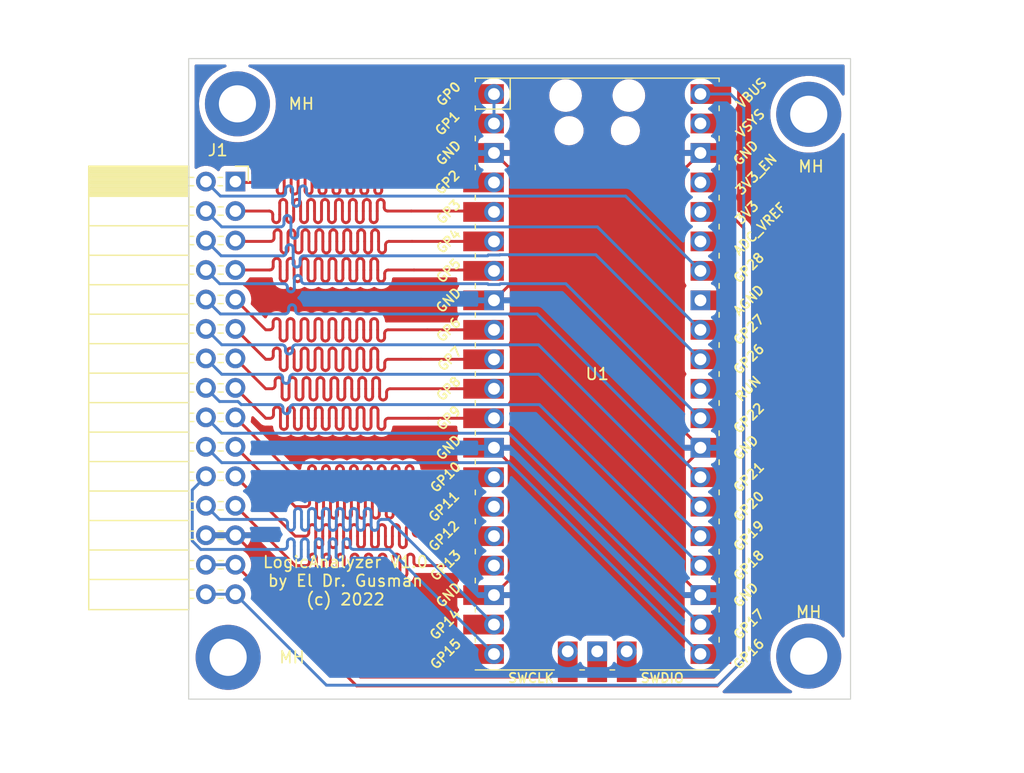
<source format=kicad_pcb>
(kicad_pcb (version 20211014) (generator pcbnew)
  (layers (0 "F.Cu" signal) (31 "B.Cu" signal) (34 "B.Paste" user) (35 "F.Paste" user) (36 "B.SilkS" user "B.Silkscreen") (37 "F.SilkS" user "F.Silkscreen") (38 "B.Mask" user) (39 "F.Mask" user) (44 "Edge.Cuts" user))
  (net 0 "")
  (net 1 "/CHAN_0")
  (net 2 "/CHAN_12")
  (net 3 "/CHAN_1")
  (net 4 "/CHAN_13")
  (net 5 "/CHAN_2")
  (net 6 "/CHAN_14")
  (net 7 "/CHAN_3")
  (net 8 "/CHAN_15")
  (net 9 "/CHAN_4")
  (net 10 "/CHAN_16")
  (net 11 "/CHAN_5")
  (net 12 "/CHAN_17")
  (net 13 "/CHAN_6")
  (net 14 "/CHAN_18")
  (net 15 "/CHAN_7")
  (net 16 "/CHAN_19")
  (net 17 "/CHAN_8")
  (net 18 "/CHAN_20")
  (net 19 "/CHAN_9")
  (net 20 "/CHAN_21")
  (net 21 "/CHAN_10")
  (net 22 "/CHAN_22")
  (net 23 "/CHAN_11")
  (net 24 "/CHAN_23")
  (net 25 "/GND")
  (net 26 "/3V3")
  (net 27 "/5V")
  (net 28 "Net-(U1-Pad1)")
  (footprint "MCU_RaspberryPi_and_Boards:RPi_Pico_SMD_TH" (layer "F.Cu") (at 108.185 88.785)
    (fp_text reference "U1")
    (fp_text value "Pico")
  )
  (footprint "MountingHole:MountingHole_3.2mm_M3_DIN965_Pad_TopBottom" (layer "F.Cu") (at 126.4 113.1)
    (fp_text reference "MH")
    (fp_text value "MountingHole_3.2mm_M3_DIN965_Pad_TopBottom")
  )
  (footprint "MountingHole:MountingHole_3.2mm_M3_DIN965_Pad_TopBottom" (layer "F.Cu") (at 77.2 65.5)
    (fp_text reference "MH")
    (fp_text value "MountingHole_3.2mm_M3_DIN965_Pad_TopBottom")
  )
  (footprint "MountingHole:MountingHole_3.2mm_M3_DIN965_Pad_TopBottom" (layer "F.Cu") (at 126.4 66.4)
    (fp_text reference "MH")
    (fp_text value "MountingHole_3.2mm_M3_DIN965_Pad_TopBottom")
  )
  (footprint "MountingHole:MountingHole_3.2mm_M3_DIN965_Pad_TopBottom" (layer "F.Cu") (at 76.4 113.2)
    (fp_text reference "MH")
    (fp_text value "MountingHole_3.2mm_M3_DIN965_Pad_TopBottom")
  )
  (footprint "Connector_PinSocket_2.54mm:PinSocket_2x15_P2.54mm_Horizontal" (layer "F.Cu") (at 77.025 72.2)
    (fp_text reference "J1")
    (fp_text value "Conn_02x15_Odd_Even")
  )
  (gr_rect (start 130 61.6) (end 73 116.8) (layer "Edge.Cuts") (width 0.1) (fill none))
  (gr_text "LogicAnalyzer V1.0\nby El Dr. Gusman\n(c) 2022" (at 86.5 106.6) (layer "F.SilkS") (effects (font (size 1 1))))
  (segment (start 83.625 72.275) (end 83.625 71.575) (width 0.25) (layer "F.Cu") (net 1))
  (segment (start 83.625 72.975) (end 83.625 72.275) (width 0.25) (layer "F.Cu") (net 1))
  (segment (start 86.625 71.575) (end 86.625 72.275) (width 0.25) (layer "F.Cu") (net 1))
  (segment (start 88.425 72.275) (end 88.425 71.575) (width 0.25) (layer "F.Cu") (net 1))
  (segment (start 82.425 72.275) (end 82.425 71.575) (width 0.25) (layer "F.Cu") (net 1))
  (segment (start 81.225 72.975) (end 81.225 72.275) (width 0.25) (layer "F.Cu") (net 1))
  (segment (start 77.1 72.275) (end 79.725 72.275) (width 0.25) (layer "F.Cu") (net 1))
  (segment (start 85.425 72.275) (end 85.425 72.975) (width 0.25) (layer "F.Cu") (net 1))
  (segment (start 80.025 71.975) (end 80.025 71.575) (width 0.25) (layer "F.Cu") (net 1))
  (segment (start 87.825 72.275) (end 87.825 72.975) (width 0.25) (layer "F.Cu") (net 1))
  (segment (start 87.225 72.275) (end 87.225 71.575) (width 0.25) (layer "F.Cu") (net 1))
  (segment (start 80.625 71.575) (end 80.625 71.975) (width 0.25) (layer "F.Cu") (net 1))
  (segment (start 89.925 72.275) (end 94.58695 72.275) (width 0.25) (layer "F.Cu") (net 1))
  (segment (start 80.625 71.975) (end 80.625 72.975) (width 0.25) (layer "F.Cu") (net 1))
  (segment (start 84.825 72.975) (end 84.825 72.275) (width 0.25) (layer "F.Cu") (net 1))
  (segment (start 89.025 72.275) (end 89.025 72.975) (width 0.25) (layer "F.Cu") (net 1))
  (segment (start 77.025 72.2) (end 77.1 72.275) (width 0.25) (layer "F.Cu") (net 1))
  (segment (start 86.025 72.975) (end 86.025 72.275) (width 0.25) (layer "F.Cu") (net 1))
  (segment (start 81.225 72.275) (end 81.225 71.575) (width 0.25) (layer "F.Cu") (net 1))
  (segment (start 86.625 72.275) (end 86.625 72.975) (width 0.25) (layer "F.Cu") (net 1))
  (segment (start 81.825 72.275) (end 81.825 72.975) (width 0.25) (layer "F.Cu") (net 1))
  (segment (start 94.58695 72.275) (end 99.295 72.275) (width 0.25) (layer "F.Cu") (net 1))
  (segment (start 84.825 72.275) (end 84.825 71.575) (width 0.25) (layer "F.Cu") (net 1))
  (segment (start 89.025 71.575) (end 89.025 72.275) (width 0.25) (layer "F.Cu") (net 1))
  (segment (start 81.825 71.575) (end 81.825 72.275) (width 0.25) (layer "F.Cu") (net 1))
  (segment (start 83.025 71.575) (end 83.025 72.275) (width 0.25) (layer "F.Cu") (net 1))
  (segment (start 89.625 72.975) (end 89.625 72.575) (width 0.25) (layer "F.Cu") (net 1))
  (segment (start 83.025 72.275) (end 83.025 72.975) (width 0.25) (layer "F.Cu") (net 1))
  (segment (start 85.425 71.575) (end 85.425 72.275) (width 0.25) (layer "F.Cu") (net 1))
  (segment (start 86.025 72.275) (end 86.025 71.575) (width 0.25) (layer "F.Cu") (net 1))
  (segment (start 84.225 72.275) (end 84.225 72.975) (width 0.25) (layer "F.Cu") (net 1))
  (segment (start 87.225 72.975) (end 87.225 72.275) (width 0.25) (layer "F.Cu") (net 1))
  (segment (start 82.425 72.975) (end 82.425 72.275) (width 0.25) (layer "F.Cu") (net 1))
  (segment (start 87.825 71.575) (end 87.825 72.275) (width 0.25) (layer "F.Cu") (net 1))
  (segment (start 88.425 72.975) (end 88.425 72.275) (width 0.25) (layer "F.Cu") (net 1))
  (segment (start 84.225 71.575) (end 84.225 72.275) (width 0.25) (layer "F.Cu") (net 1))
  (arc (start 85.725 73.275) (mid 85.937132 73.187132) (end 86.025 72.975) (width 0.25) (layer "F.Cu") (net 1))
  (arc (start 86.025 71.575) (mid 86.112868 71.362868) (end 86.325 71.275) (width 0.25) (layer "F.Cu") (net 1))
  (arc (start 83.325 73.275) (mid 83.537132 73.187132) (end 83.625 72.975) (width 0.25) (layer "F.Cu") (net 1))
  (arc (start 79.725 72.275) (mid 79.937132 72.187132) (end 80.025 71.975) (width 0.25) (layer "F.Cu") (net 1))
  (arc (start 88.125 73.275) (mid 88.337132 73.187132) (end 88.425 72.975) (width 0.25) (layer "F.Cu") (net 1))
  (arc (start 80.625 72.975) (mid 80.712868 73.187132) (end 80.925 73.275) (width 0.25) (layer "F.Cu") (net 1))
  (arc (start 86.925 73.275) (mid 87.137132 73.187132) (end 87.225 72.975) (width 0.25) (layer "F.Cu") (net 1))
  (arc (start 82.125 73.275) (mid 82.337132 73.187132) (end 82.425 72.975) (width 0.25) (layer "F.Cu") (net 1))
  (arc (start 89.025 72.975) (mid 89.112868 73.187132) (end 89.325 73.275) (width 0.25) (layer "F.Cu") (net 1))
  (arc (start 80.925 73.275) (mid 81.137132 73.187132) (end 81.225 72.975) (width 0.25) (layer "F.Cu") (net 1))
  (arc (start 84.825 71.575) (mid 84.912868 71.362868) (end 85.125 71.275) (width 0.25) (layer "F.Cu") (net 1))
  (arc (start 80.325 71.275) (mid 80.537132 71.362868) (end 80.625 71.575) (width 0.25) (layer "F.Cu") (net 1))
  (arc (start 86.325 71.275) (mid 86.537132 71.362868) (end 86.625 71.575) (width 0.25) (layer "F.Cu") (net 1))
  (arc (start 85.125 71.275) (mid 85.337132 71.362868) (end 85.425 71.575) (width 0.25) (layer "F.Cu") (net 1))
  (arc (start 83.025 72.975) (mid 83.112868 73.187132) (end 83.325 73.275) (width 0.25) (layer "F.Cu") (net 1))
  (arc (start 88.425 71.575) (mid 88.512868 71.362868) (end 88.725 71.275) (width 0.25) (layer "F.Cu") (net 1))
  (arc (start 83.625 71.575) (mid 83.712868 71.362868) (end 83.925 71.275) (width 0.25) (layer "F.Cu") (net 1))
  (arc (start 89.625 72.575) (mid 89.712868 72.362868) (end 89.925 72.275) (width 0.25) (layer "F.Cu") (net 1))
  (arc (start 85.425 72.975) (mid 85.512868 73.187132) (end 85.725 73.275) (width 0.25) (layer "F.Cu") (net 1))
  (arc (start 89.325 73.275) (mid 89.537132 73.187132) (end 89.625 72.975) (width 0.25) (layer "F.Cu") (net 1))
  (arc (start 82.725 71.275) (mid 82.937132 71.362868) (end 83.025 71.575) (width 0.25) (layer "F.Cu") (net 1))
  (arc (start 87.225 71.575) (mid 87.312868 71.362868) (end 87.525 71.275) (width 0.25) (layer "F.Cu") (net 1))
  (arc (start 81.225 71.575) (mid 81.312868 71.362868) (end 81.525 71.275) (width 0.25) (layer "F.Cu") (net 1))
  (arc (start 81.825 72.975) (mid 81.912868 73.187132) (end 82.125 73.275) (width 0.25) (layer "F.Cu") (net 1))
  (arc (start 86.625 72.975) (mid 86.712868 73.187132) (end 86.925 73.275) (width 0.25) (layer "F.Cu") (net 1))
  (arc (start 87.825 72.975) (mid 87.912868 73.187132) (end 88.125 73.275) (width 0.25) (layer "F.Cu") (net 1))
  (arc (start 87.525 71.275) (mid 87.737132 71.362868) (end 87.825 71.575) (width 0.25) (layer "F.Cu") (net 1))
  (arc (start 84.225 72.975) (mid 84.312868 73.187132) (end 84.525 73.275) (width 0.25) (layer "F.Cu") (net 1))
  (arc (start 80.025 71.575) (mid 80.112868 71.362868) (end 80.325 71.275) (width 0.25) (layer "F.Cu") (net 1))
  (arc (start 81.525 71.275) (mid 81.737132 71.362868) (end 81.825 71.575) (width 0.25) (layer "F.Cu") (net 1))
  (arc (start 84.525 73.275) (mid 84.737132 73.187132) (end 84.825 72.975) (width 0.25) (layer "F.Cu") (net 1))
  (arc (start 88.725 71.275) (mid 88.937132 71.362868) (end 89.025 71.575) (width 0.25) (layer "F.Cu") (net 1))
  (arc (start 83.925 71.275) (mid 84.137132 71.362868) (end 84.225 71.575) (width 0.25) (layer "F.Cu") (net 1))
  (arc (start 82.425 71.575) (mid 82.512868 71.362868) (end 82.725 71.275) (width 0.25) (layer "F.Cu") (net 1))
  (segment (start 74.485 100.14) (end 75.659511 101.314511) (width 0.25) (layer "B.Cu") (net 2))
  (segment (start 82.114511 101.614511) (end 82.114511 100.670045) (width 0.25) (layer "B.Cu") (net 2))
  (segment (start 85.114511 101.314511) (end 85.114511 101.958977) (width 0.25) (layer "B.Cu") (net 2))
  (segment (start 85.714511 101.958977) (end 85.714511 101.314511) (width 0.25) (layer "B.Cu") (net 2))
  (segment (start 87.514511 100.670045) (end 87.514511 101.314511) (width 0.25) (layer "B.Cu") (net 2))
  (segment (start 88.714511 100.670045) (end 88.714511 101.314511) (width 0.25) (layer "B.Cu") (net 2))
  (segment (start 86.914511 101.314511) (end 86.914511 100.670045) (width 0.25) (layer "B.Cu") (net 2))
  (segment (start 82.714511 100.670045) (end 82.714511 101.314511) (width 0.25) (layer "B.Cu") (net 2))
  (segment (start 88.114511 101.958977) (end 88.114511 101.314511) (width 0.25) (layer "B.Cu") (net 2))
  (segment (start 88.114511 101.314511) (end 88.114511 100.670045) (width 0.25) (layer "B.Cu") (net 2))
  (segment (start 81.514511 101.614511) (end 81.514511 101.958977) (width 0.25) (layer "B.Cu") (net 2))
  (segment (start 89.314511 101.958977) (end 89.314511 101.614511) (width 0.25) (layer "B.Cu") (net 2))
  (segment (start 83.914511 100.670045) (end 83.914511 101.314511) (width 0.25) (layer "B.Cu") (net 2))
  (segment (start 83.314511 101.314511) (end 83.314511 100.670045) (width 0.25) (layer "B.Cu") (net 2))
  (segment (start 86.314511 101.314511) (end 86.314511 101.958977) (width 0.25) (layer "B.Cu") (net 2))
  (segment (start 86.914511 101.958977) (end 86.914511 101.314511) (width 0.25) (layer "B.Cu") (net 2))
  (segment (start 75.659511 101.314511) (end 81.214511 101.314511) (width 0.25) (layer "B.Cu") (net 2))
  (segment (start 88.714511 101.314511) (end 88.714511 101.958977) (width 0.25) (layer "B.Cu") (net 2))
  (segment (start 83.314511 101.958977) (end 83.314511 101.314511) (width 0.25) (layer "B.Cu") (net 2))
  (segment (start 89.614511 101.314511) (end 90.234511 101.314511) (width 0.25) (layer "B.Cu") (net 2))
  (segment (start 82.714511 101.314511) (end 82.714511 101.958977) (width 0.25) (layer "B.Cu") (net 2))
  (segment (start 82.114511 101.958977) (end 82.114511 101.614511) (width 0.25) (layer "B.Cu") (net 2))
  (segment (start 86.314511 100.670045) (end 86.314511 101.314511) (width 0.25) (layer "B.Cu") (net 2))
  (segment (start 84.514511 101.958977) (end 84.514511 101.314511) (width 0.25) (layer "B.Cu") (net 2))
  (segment (start 85.714511 101.314511) (end 85.714511 100.670045) (width 0.25) (layer "B.Cu") (net 2))
  (segment (start 85.114511 100.670045) (end 85.114511 101.314511) (width 0.25) (layer "B.Cu") (net 2))
  (segment (start 87.514511 101.314511) (end 87.514511 101.958977) (width 0.25) (layer "B.Cu") (net 2))
  (segment (start 84.514511 101.314511) (end 84.514511 100.670045) (width 0.25) (layer "B.Cu") (net 2))
  (segment (start 90.234511 101.314511) (end 99.295 110.375) (width 0.25) (layer "B.Cu") (net 2))
  (segment (start 83.914511 101.314511) (end 83.914511 101.958977) (width 0.25) (layer "B.Cu") (net 2))
  (arc (start 86.914511 100.670045) (mid 87.002379 100.457913) (end 87.214511 100.370045) (width 0.25) (layer "B.Cu") (net 2))
  (arc (start 84.514511 100.670045) (mid 84.602379 100.457913) (end 84.814511 100.370045) (width 0.25) (layer "B.Cu") (net 2))
  (arc (start 87.214511 100.370045) (mid 87.426643 100.457913) (end 87.514511 100.670045) (width 0.25) (layer "B.Cu") (net 2))
  (arc (start 87.514511 101.958977) (mid 87.602379 102.171109) (end 87.814511 102.258977) (width 0.25) (layer "B.Cu") (net 2))
  (arc (start 88.714511 101.958977) (mid 88.802379 102.171109) (end 89.014511 102.258977) (width 0.25) (layer "B.Cu") (net 2))
  (arc (start 87.814511 102.258977) (mid 88.026643 102.171109) (end 88.114511 101.958977) (width 0.25) (layer "B.Cu") (net 2))
  (arc (start 82.114511 100.670045) (mid 82.202379 100.457913) (end 82.414511 100.370045) (width 0.25) (layer "B.Cu") (net 2))
  (arc (start 88.114511 100.670045) (mid 88.202379 100.457913) (end 88.414511 100.370045) (width 0.25) (layer "B.Cu") (net 2))
  (arc (start 89.314511 101.614511) (mid 89.402379 101.402379) (end 89.614511 101.314511) (width 0.25) (layer "B.Cu") (net 2))
  (arc (start 83.014511 102.258977) (mid 83.226643 102.171109) (end 83.314511 101.958977) (width 0.25) (layer "B.Cu") (net 2))
  (arc (start 83.914511 101.958977) (mid 84.002379 102.171109) (end 84.214511 102.258977) (width 0.25) (layer "B.Cu") (net 2))
  (arc (start 81.514511 101.958977) (mid 81.602379 102.171109) (end 81.814511 102.258977) (width 0.25) (layer "B.Cu") (net 2))
  (arc (start 85.714511 100.670045) (mid 85.802379 100.457913) (end 86.014511 100.370045) (width 0.25) (layer "B.Cu") (net 2))
  (arc (start 84.814511 100.370045) (mid 85.026643 100.457913) (end 85.114511 100.670045) (width 0.25) (layer "B.Cu") (net 2))
  (arc (start 82.714511 101.958977) (mid 82.802379 102.171109) (end 83.014511 102.258977) (width 0.25) (layer "B.Cu") (net 2))
  (arc (start 86.014511 100.370045) (mid 86.226643 100.457913) (end 86.314511 100.670045) (width 0.25) (layer "B.Cu") (net 2))
  (arc (start 86.614511 102.258977) (mid 86.826643 102.171109) (end 86.914511 101.958977) (width 0.25) (layer "B.Cu") (net 2))
  (arc (start 85.414511 102.258977) (mid 85.626643 102.171109) (end 85.714511 101.958977) (width 0.25) (layer "B.Cu") (net 2))
  (arc (start 88.414511 100.370045) (mid 88.626643 100.457913) (end 88.714511 100.670045) (width 0.25) (layer "B.Cu") (net 2))
  (arc (start 86.314511 101.958977) (mid 86.402379 102.171109) (end 86.614511 102.258977) (width 0.25) (layer "B.Cu") (net 2))
  (arc (start 82.414511 100.370045) (mid 82.626643 100.457913) (end 82.714511 100.670045) (width 0.25) (layer "B.Cu") (net 2))
  (arc (start 85.114511 101.958977) (mid 85.202379 102.171109) (end 85.414511 102.258977) (width 0.25) (layer "B.Cu") (net 2))
  (arc (start 83.314511 100.670045) (mid 83.402379 100.457913) (end 83.614511 100.370045) (width 0.25) (layer "B.Cu") (net 2))
  (arc (start 81.814511 102.258977) (mid 82.026643 102.171109) (end 82.114511 101.958977) (width 0.25) (layer "B.Cu") (net 2))
  (arc (start 84.214511 102.258977) (mid 84.426643 102.171109) (end 84.514511 101.958977) (width 0.25) (layer "B.Cu") (net 2))
  (arc (start 83.614511 100.370045) (mid 83.826643 100.457913) (end 83.914511 100.670045) (width 0.25) (layer "B.Cu") (net 2))
  (arc (start 81.214511 101.314511) (mid 81.426643 101.402379) (end 81.514511 101.614511) (width 0.25) (layer "B.Cu") (net 2))
  (arc (start 89.014511 102.258977) (mid 89.226643 102.171109) (end 89.314511 101.958977) (width 0.25) (layer "B.Cu") (net 2))
  (segment (start 92.174114 74.74) (end 99.22 74.74) (width 0.25) (layer "F.Cu") (net 3))
  (segment (start 82.04 74.74) (end 82.04 74.04) (width 0.25) (layer "F.Cu") (net 3))
  (segment (start 86.24 74.04) (end 86.24 74.74) (width 0.25) (layer "F.Cu") (net 3))
  (segment (start 83.24 75.44) (end 83.24 74.74) (width 0.25) (layer "F.Cu") (net 3))
  (segment (start 80.24 75.04) (end 80.24 75.44) (width 0.25) (layer "F.Cu") (net 3))
  (segment (start 88.04 75.44) (end 88.04 74.74) (width 0.25) (layer "F.Cu") (net 3))
  (segment (start 87.44 74.04) (end 87.44 74.74) (width 0.25) (layer "F.Cu") (net 3))
  (segment (start 84.44 74.74) (end 84.44 74.04) (width 0.25) (layer "F.Cu") (net 3))
  (segment (start 85.64 75.44) (end 85.64 74.74) (width 0.25) (layer "F.Cu") (net 3))
  (segment (start 88.04 74.74) (end 88.04 74.04) (width 0.25) (layer "F.Cu") (net 3))
  (segment (start 77.025 74.74) (end 79.94 74.74) (width 0.25) (layer "F.Cu") (net 3))
  (segment (start 88.64 74.74) (end 88.64 75.44) (width 0.25) (layer "F.Cu") (net 3))
  (segment (start 99.22 74.74) (end 99.295 74.815) (width 0.25) (layer "F.Cu") (net 3))
  (segment (start 86.24 74.74) (end 86.24 75.44) (width 0.25) (layer "F.Cu") (net 3))
  (segment (start 81.44 74.04) (end 81.44 74.74) (width 0.25) (layer "F.Cu") (net 3))
  (segment (start 80.84 75.04) (end 80.84 74.04) (width 0.25) (layer "F.Cu") (net 3))
  (segment (start 89.24 75.44) (end 89.24 74.74) (width 0.25) (layer "F.Cu") (net 3))
  (segment (start 85.04 74.74) (end 85.04 75.44) (width 0.25) (layer "F.Cu") (net 3))
  (segment (start 80.84 75.44) (end 80.84 75.04) (width 0.25) (layer "F.Cu") (net 3))
  (segment (start 83.84 74.74) (end 83.84 75.44) (width 0.25) (layer "F.Cu") (net 3))
  (segment (start 86.84 75.44) (end 86.84 74.74) (width 0.25) (layer "F.Cu") (net 3))
  (segment (start 83.24 74.74) (end 83.24 74.04) (width 0.25) (layer "F.Cu") (net 3))
  (segment (start 82.64 74.74) (end 82.64 75.44) (width 0.25) (layer "F.Cu") (net 3))
  (segment (start 87.44 74.74) (end 87.44 75.44) (width 0.25) (layer "F.Cu") (net 3))
  (segment (start 84.44 75.44) (end 84.44 74.74) (width 0.25) (layer "F.Cu") (net 3))
  (segment (start 83.84 74.04) (end 83.84 74.74) (width 0.25) (layer "F.Cu") (net 3))
  (segment (start 82.04 75.44) (end 82.04 74.74) (width 0.25) (layer "F.Cu") (net 3))
  (segment (start 88.64 74.04) (end 88.64 74.74) (width 0.25) (layer "F.Cu") (net 3))
  (segment (start 81.44 74.74) (end 81.44 75.44) (width 0.25) (layer "F.Cu") (net 3))
  (segment (start 90.14 74.74) (end 92.174114 74.74) (width 0.25) (layer "F.Cu") (net 3))
  (segment (start 85.04 74.04) (end 85.04 74.74) (width 0.25) (layer "F.Cu") (net 3))
  (segment (start 82.64 74.04) (end 82.64 74.74) (width 0.25) (layer "F.Cu") (net 3))
  (segment (start 89.84 74.04) (end 89.84 74.44) (width 0.25) (layer "F.Cu") (net 3))
  (segment (start 85.64 74.74) (end 85.64 74.04) (width 0.25) (layer "F.Cu") (net 3))
  (segment (start 89.24 74.74) (end 89.24 74.04) (width 0.25) (layer "F.Cu") (net 3))
  (segment (start 86.84 74.74) (end 86.84 74.04) (width 0.25) (layer "F.Cu") (net 3))
  (arc (start 81.14 73.74) (mid 81.352132 73.827868) (end 81.44 74.04) (width 0.25) (layer "F.Cu") (net 3))
  (arc (start 87.74 75.74) (mid 87.952132 75.652132) (end 88.04 75.44) (width 0.25) (layer "F.Cu") (net 3))
  (arc (start 82.94 75.74) (mid 83.152132 75.652132) (end 83.24 75.44) (width 0.25) (layer "F.Cu") (net 3))
  (arc (start 84.14 75.74) (mid 84.352132 75.652132) (end 84.44 75.44) (width 0.25) (layer "F.Cu") (net 3))
  (arc (start 81.74 75.74) (mid 81.952132 75.652132) (end 82.04 75.44) (width 0.25) (layer "F.Cu") (net 3))
  (arc (start 88.04 74.04) (mid 88.127868 73.827868) (end 88.34 73.74) (width 0.25) (layer "F.Cu") (net 3))
  (arc (start 82.04 74.04) (mid 82.127868 73.827868) (end 82.34 73.74) (width 0.25) (layer "F.Cu") (net 3))
  (arc (start 89.54 73.74) (mid 89.752132 73.827868) (end 89.84 74.04) (width 0.25) (layer "F.Cu") (net 3))
  (arc (start 86.84 74.04) (mid 86.927868 73.827868) (end 87.14 73.74) (width 0.25) (layer "F.Cu") (net 3))
  (arc (start 84.44 74.04) (mid 84.527868 73.827868) (end 84.74 73.74) (width 0.25) (layer "F.Cu") (net 3))
  (arc (start 80.24 75.44) (mid 80.327868 75.652132) (end 80.54 75.74) (width 0.25) (layer "F.Cu") (net 3))
  (arc (start 89.84 74.44) (mid 89.927868 74.652132) (end 90.14 74.74) (width 0.25) (layer "F.Cu") (net 3))
  (arc (start 82.34 73.74) (mid 82.552132 73.827868) (end 82.64 74.04) (width 0.25) (layer "F.Cu") (net 3))
  (arc (start 85.94 73.74) (mid 86.152132 73.827868) (end 86.24 74.04) (width 0.25) (layer "F.Cu") (net 3))
  (arc (start 89.24 74.04) (mid 89.327868 73.827868) (end 89.54 73.74) (width 0.25) (layer "F.Cu") (net 3))
  (arc (start 88.94 75.74) (mid 89.152132 75.652132) (end 89.24 75.44) (width 0.25) (layer "F.Cu") (net 3))
  (arc (start 88.64 75.44) (mid 88.727868 75.652132) (end 88.94 75.74) (width 0.25) (layer "F.Cu") (net 3))
  (arc (start 80.84 74.04) (mid 80.927868 73.827868) (end 81.14 73.74) (width 0.25) (layer "F.Cu") (net 3))
  (arc (start 85.04 75.44) (mid 85.127868 75.652132) (end 85.34 75.74) (width 0.25) (layer "F.Cu") (net 3))
  (arc (start 87.14 73.74) (mid 87.352132 73.827868) (end 87.44 74.04) (width 0.25) (layer "F.Cu") (net 3))
  (arc (start 83.24 74.04) (mid 83.327868 73.827868) (end 83.54 73.74) (width 0.25) (layer "F.Cu") (net 3))
  (arc (start 79.94 74.74) (mid 80.152132 74.827868) (end 80.24 75.04) (width 0.25) (layer "F.Cu") (net 3))
  (arc (start 83.84 75.44) (mid 83.927868 75.652132) (end 84.14 75.74) (width 0.25) (layer "F.Cu") (net 3))
  (arc (start 81.44 75.44) (mid 81.527868 75.652132) (end 81.74 75.74) (width 0.25) (layer "F.Cu") (net 3))
  (arc (start 86.54 75.74) (mid 86.752132 75.652132) (end 86.84 75.44) (width 0.25) (layer "F.Cu") (net 3))
  (arc (start 88.34 73.74) (mid 88.552132 73.827868) (end 88.64 74.04) (width 0.25) (layer "F.Cu") (net 3))
  (arc (start 87.44 75.44) (mid 87.527868 75.652132) (end 87.74 75.74) (width 0.25) (layer "F.Cu") (net 3))
  (arc (start 80.54 75.74) (mid 80.752132 75.652132) (end 80.84 75.44) (width 0.25) (layer "F.Cu") (net 3))
  (arc (start 83.54 73.74) (mid 83.752132 73.827868) (end 83.84 74.04) (width 0.25) (layer "F.Cu") (net 3))
  (arc (start 84.74 73.74) (mid 84.952132 73.827868) (end 85.04 74.04) (width 0.25) (layer "F.Cu") (net 3))
  (arc (start 85.64 74.04) (mid 85.727868 73.827868) (end 85.94 73.74) (width 0.25) (layer "F.Cu") (net 3))
  (arc (start 85.34 75.74) (mid 85.552132 75.652132) (end 85.64 75.44) (width 0.25) (layer "F.Cu") (net 3))
  (arc (start 82.64 75.44) (mid 82.727868 75.652132) (end 82.94 75.74) (width 0.25) (layer "F.Cu") (net 3))
  (arc (start 86.24 75.44) (mid 86.327868 75.652132) (end 86.54 75.74) (width 0.25) (layer "F.Cu") (net 3))
  (segment (start 82.1 103.283346) (end 82.1 103.6) (width 0.25) (layer "B.Cu") (net 4))
  (segment (start 84.5 103.283346) (end 84.5 103.9) (width 0.25) (layer "B.Cu") (net 4))
  (segment (start 82.7 103.9) (end 82.7 103.283346) (width 0.25) (layer "B.Cu") (net 4))
  (segment (start 90.28 103.9) (end 99.295 112.915) (width 0.25) (layer "B.Cu") (net 4))
  (segment (start 83.9 103.9) (end 83.9 103.283346) (width 0.25) (layer "B.Cu") (net 4))
  (segment (start 86.3 104.516654) (end 86.3 103.9) (width 0.25) (layer "B.Cu") (net 4))
  (segment (start 74.485 97.6) (end 73.310489 98.774511) (width 0.25) (layer "B.Cu") (net 4))
  (segment (start 83.3 103.283346) (end 83.3 103.9) (width 0.25) (layer "B.Cu") (net 4))
  (segment (start 86.9 103.283346) (end 86.9 103.6) (width 0.25) (layer "B.Cu") (net 4))
  (segment (start 83.9 104.516654) (end 83.9 103.9) (width 0.25) (layer "B.Cu") (net 4))
  (segment (start 85.7 103.9) (end 85.7 104.516654) (width 0.25) (layer "B.Cu") (net 4))
  (segment (start 82.7 104.516654) (end 82.7 103.9) (width 0.25) (layer "B.Cu") (net 4))
  (segment (start 84.5 103.9) (end 84.5 104.516654) (width 0.25) (layer "B.Cu") (net 4))
  (segment (start 85.1 104.516654) (end 85.1 103.9) (width 0.25) (layer "B.Cu") (net 4))
  (segment (start 86.3 103.9) (end 86.3 103.283346) (width 0.25) (layer "B.Cu") (net 4))
  (segment (start 73.310489 103.166499) (end 74.04399 103.9) (width 0.25) (layer "B.Cu") (net 4))
  (segment (start 74.04399 103.9) (end 81.2 103.9) (width 0.25) (layer "B.Cu") (net 4))
  (segment (start 81.5 103.6) (end 81.5 103.283346) (width 0.25) (layer "B.Cu") (net 4))
  (segment (start 87.2 103.9) (end 90.28 103.9) (width 0.25) (layer "B.Cu") (net 4))
  (segment (start 82.1 103.6) (end 82.1 104.516654) (width 0.25) (layer "B.Cu") (net 4))
  (segment (start 85.7 103.283346) (end 85.7 103.9) (width 0.25) (layer "B.Cu") (net 4))
  (segment (start 73.310489 98.774511) (end 73.310489 103.166499) (width 0.25) (layer "B.Cu") (net 4))
  (segment (start 83.3 103.9) (end 83.3 104.516654) (width 0.25) (layer "B.Cu") (net 4))
  (segment (start 85.1 103.9) (end 85.1 103.283346) (width 0.25) (layer "B.Cu") (net 4))
  (arc (start 81.8 102.983346) (mid 82.012132 103.071214) (end 82.1 103.283346) (width 0.25) (layer "B.Cu") (net 4))
  (arc (start 81.2 103.9) (mid 81.412132 103.812132) (end 81.5 103.6) (width 0.25) (layer "B.Cu") (net 4))
  (arc (start 83 102.983346) (mid 83.212132 103.071214) (end 83.3 103.283346) (width 0.25) (layer "B.Cu") (net 4))
  (arc (start 85.1 103.283346) (mid 85.187868 103.071214) (end 85.4 102.983346) (width 0.25) (layer "B.Cu") (net 4))
  (arc (start 86.6 102.983346) (mid 86.812132 103.071214) (end 86.9 103.283346) (width 0.25) (layer "B.Cu") (net 4))
  (arc (start 84.5 104.516654) (mid 84.587868 104.728786) (end 84.8 104.816654) (width 0.25) (layer "B.Cu") (net 4))
  (arc (start 81.5 103.283346) (mid 81.587868 103.071214) (end 81.8 102.983346) (width 0.25) (layer "B.Cu") (net 4))
  (arc (start 83.9 103.283346) (mid 83.987868 103.071214) (end 84.2 102.983346) (width 0.25) (layer "B.Cu") (net 4))
  (arc (start 83.6 104.816654) (mid 83.812132 104.728786) (end 83.9 104.516654) (width 0.25) (layer "B.Cu") (net 4))
  (arc (start 84.2 102.983346) (mid 84.412132 103.071214) (end 84.5 103.283346) (width 0.25) (layer "B.Cu") (net 4))
  (arc (start 82.1 104.516654) (mid 82.187868 104.728786) (end 82.4 104.816654) (width 0.25) (layer "B.Cu") (net 4))
  (arc (start 82.4 104.816654) (mid 82.612132 104.728786) (end 82.7 104.516654) (width 0.25) (layer "B.Cu") (net 4))
  (arc (start 86.3 103.283346) (mid 86.387868 103.071214) (end 86.6 102.983346) (width 0.25) (layer "B.Cu") (net 4))
  (arc (start 84.8 104.816654) (mid 85.012132 104.728786) (end 85.1 104.516654) (width 0.25) (layer "B.Cu") (net 4))
  (arc (start 83.3 104.516654) (mid 83.387868 104.728786) (end 83.6 104.816654) (width 0.25) (layer "B.Cu") (net 4))
  (arc (start 85.4 102.983346) (mid 85.612132 103.071214) (end 85.7 103.283346) (width 0.25) (layer "B.Cu") (net 4))
  (arc (start 86 104.816654) (mid 86.212132 104.728786) (end 86.3 104.516654) (width 0.25) (layer "B.Cu") (net 4))
  (arc (start 85.7 104.516654) (mid 85.787868 104.728786) (end 86 104.816654) (width 0.25) (layer "B.Cu") (net 4))
  (arc (start 86.9 103.6) (mid 86.987868 103.812132) (end 87.2 103.9) (width 0.25) (layer "B.Cu") (net 4))
  (arc (start 82.7 103.283346) (mid 82.787868 103.071214) (end 83 102.983346) (width 0.25) (layer "B.Cu") (net 4))
  (segment (start 84.555 77.355) (end 84.555 78.055) (width 0.25) (layer "F.Cu") (net 5))
  (segment (start 87.555 78.055) (end 87.555 77.355) (width 0.25) (layer "F.Cu") (net 5))
  (segment (start 86.355 78.055) (end 86.355 77.355) (width 0.25) (layer "F.Cu") (net 5))
  (segment (start 84.555 76.655) (end 84.555 77.355) (width 0.25) (layer "F.Cu") (net 5))
  (segment (start 83.955 77.355) (end 83.955 76.655) (width 0.25) (layer "F.Cu") (net 5))
  (segment (start 77.025 77.28) (end 77.1 77.355) (width 0.25) (layer "F.Cu") (net 5))
  (segment (start 88.755 78.055) (end 88.755 77.355) (width 0.25) (layer "F.Cu") (net 5))
  (segment (start 89.355 76.655) (end 89.355 77.355) (width 0.25) (layer "F.Cu") (net 5))
  (segment (start 81.555 77.355) (end 81.555 76.655) (width 0.25) (layer "F.Cu") (net 5))
  (segment (start 86.955 76.655) (end 86.955 77.355) (width 0.25) (layer "F.Cu") (net 5))
  (segment (start 80.355 77.055) (end 80.355 76.655) (width 0.25) (layer "F.Cu") (net 5))
  (segment (start 88.155 76.655) (end 88.155 77.355) (width 0.25) (layer "F.Cu") (net 5))
  (segment (start 82.755 78.055) (end 82.755 77.355) (width 0.25) (layer "F.Cu") (net 5))
  (segment (start 85.155 77.355) (end 85.155 76.655) (width 0.25) (layer "F.Cu") (net 5))
  (segment (start 82.755 77.355) (end 82.755 76.655) (width 0.25) (layer "F.Cu") (net 5))
  (segment (start 89.355 77.355) (end 89.355 78.055) (width 0.25) (layer "F.Cu") (net 5))
  (segment (start 80.955 76.655) (end 80.955 77.055) (width 0.25) (layer "F.Cu") (net 5))
  (segment (start 85.755 76.655) (end 85.755 77.355) (width 0.25) (layer "F.Cu") (net 5))
  (segment (start 86.355 77.355) (end 86.355 76.655) (width 0.25) (layer "F.Cu") (net 5))
  (segment (start 85.155 78.055) (end 85.155 77.355) (width 0.25) (layer "F.Cu") (net 5))
  (segment (start 83.955 78.055) (end 83.955 77.355) (width 0.25) (layer "F.Cu") (net 5))
  (segment (start 83.355 76.655) (end 83.355 77.355) (width 0.25) (layer "F.Cu") (net 5))
  (segment (start 87.555 77.355) (end 87.555 76.655) (width 0.25) (layer "F.Cu") (net 5))
  (segment (start 88.755 77.355) (end 88.755 76.655) (width 0.25) (layer "F.Cu") (net 5))
  (segment (start 92.236141 77.355) (end 99.295 77.355) (width 0.25) (layer "F.Cu") (net 5))
  (segment (start 89.955 78.055) (end 89.955 77.655) (width 0.25) (layer "F.Cu") (net 5))
  (segment (start 81.555 78.055) (end 81.555 77.355) (width 0.25) (layer "F.Cu") (net 5))
  (segment (start 85.755 77.355) (end 85.755 78.055) (width 0.25) (layer "F.Cu") (net 5))
  (segment (start 88.155 77.355) (end 88.155 78.055) (width 0.25) (layer "F.Cu") (net 5))
  (segment (start 77.1 77.355) (end 80.055 77.355) (width 0.25) (layer "F.Cu") (net 5))
  (segment (start 90.255 77.355) (end 92.236141 77.355) (width 0.25) (layer "F.Cu") (net 5))
  (segment (start 86.955 77.355) (end 86.955 78.055) (width 0.25) (layer "F.Cu") (net 5))
  (segment (start 82.155 76.655) (end 82.155 77.355) (width 0.25) (layer "F.Cu") (net 5))
  (segment (start 82.155 77.355) (end 82.155 78.055) (width 0.25) (layer "F.Cu") (net 5))
  (segment (start 83.355 77.355) (end 83.355 78.055) (width 0.25) (layer "F.Cu") (net 5))
  (segment (start 80.955 77.055) (end 80.955 78.055) (width 0.25) (layer "F.Cu") (net 5))
  (arc (start 83.055 76.355) (mid 83.267132 76.442868) (end 83.355 76.655) (width 0.25) (layer "F.Cu") (net 5))
  (arc (start 85.455 76.355) (mid 85.667132 76.442868) (end 85.755 76.655) (width 0.25) (layer "F.Cu") (net 5))
  (arc (start 81.255 78.355) (mid 81.467132 78.267132) (end 81.555 78.055) (width 0.25) (layer "F.Cu") (net 5))
  (arc (start 87.255 78.355) (mid 87.467132 78.267132) (end 87.555 78.055) (width 0.25) (layer "F.Cu") (net 5))
  (arc (start 85.755 78.055) (mid 85.842868 78.267132) (end 86.055 78.355) (width 0.25) (layer "F.Cu") (net 5))
  (arc (start 89.055 76.355) (mid 89.267132 76.442868) (end 89.355 76.655) (width 0.25) (layer "F.Cu") (net 5))
  (arc (start 80.055 77.355) (mid 80.267132 77.267132) (end 80.355 77.055) (width 0.25) (layer "F.Cu") (net 5))
  (arc (start 86.955 78.055) (mid 87.042868 78.267132) (end 87.255 78.355) (width 0.25) (layer "F.Cu") (net 5))
  (arc (start 82.155 78.055) (mid 82.242868 78.267132) (end 82.455 78.355) (width 0.25) (layer "F.Cu") (net 5))
  (arc (start 82.455 78.355) (mid 82.667132 78.267132) (end 82.755 78.055) (width 0.25) (layer "F.Cu") (net 5))
  (arc (start 89.955 77.655) (mid 90.042868 77.442868) (end 90.255 77.355) (width 0.25) (layer "F.Cu") (net 5))
  (arc (start 82.755 76.655) (mid 82.842868 76.442868) (end 83.055 76.355) (width 0.25) (layer "F.Cu") (net 5))
  (arc (start 81.855 76.355) (mid 82.067132 76.442868) (end 82.155 76.655) (width 0.25) (layer "F.Cu") (net 5))
  (arc (start 83.355 78.055) (mid 83.442868 78.267132) (end 83.655 78.355) (width 0.25) (layer "F.Cu") (net 5))
  (arc (start 84.255 76.355) (mid 84.467132 76.442868) (end 84.555 76.655) (width 0.25) (layer "F.Cu") (net 5))
  (arc (start 84.855 78.355) (mid 85.067132 78.267132) (end 85.155 78.055) (width 0.25) (layer "F.Cu") (net 5))
  (arc (start 88.755 76.655) (mid 88.842868 76.442868) (end 89.055 76.355) (width 0.25) (layer "F.Cu") (net 5))
  (arc (start 86.355 76.655) (mid 86.442868 76.442868) (end 86.655 76.355) (width 0.25) (layer "F.Cu") (net 5))
  (arc (start 81.555 76.655) (mid 81.642868 76.442868) (end 81.855 76.355) (width 0.25) (layer "F.Cu") (net 5))
  (arc (start 86.055 78.355) (mid 86.267132 78.267132) (end 86.355 78.055) (width 0.25) (layer "F.Cu") (net 5))
  (arc (start 80.355 76.655) (mid 80.442868 76.442868) (end 80.655 76.355) (width 0.25) (layer "F.Cu") (net 5))
  (arc (start 88.455 78.355) (mid 88.667132 78.267132) (end 88.755 78.055) (width 0.25) (layer "F.Cu") (net 5))
  (arc (start 89.355 78.055) (mid 89.442868 78.267132) (end 89.655 78.355) (width 0.25) (layer "F.Cu") (net 5))
  (arc (start 87.855 76.355) (mid 88.067132 76.442868) (end 88.155 76.655) (width 0.25) (layer "F.Cu") (net 5))
  (arc (start 85.155 76.655) (mid 85.242868 76.442868) (end 85.455 76.355) (width 0.25) (layer "F.Cu") (net 5))
  (arc (start 86.655 76.355) (mid 86.867132 76.442868) (end 86.955 76.655) (width 0.25) (layer "F.Cu") (net 5))
  (arc (start 89.655 78.355) (mid 89.867132 78.267132) (end 89.955 78.055) (width 0.25) (layer "F.Cu") (net 5))
  (arc (start 87.555 76.655) (mid 87.642868 76.442868) (end 87.855 76.355) (width 0.25) (layer "F.Cu") (net 5))
  (arc (start 80.955 78.055) (mid 81.042868 78.267132) (end 81.255 78.355) (width 0.25) (layer "F.Cu") (net 5))
  (arc (start 88.155 78.055) (mid 88.242868 78.267132) (end 88.455 78.355) (width 0.25) (layer "F.Cu") (net 5))
  (arc (start 84.555 78.055) (mid 84.642868 78.267132) (end 84.855 78.355) (width 0.25) (layer "F.Cu") (net 5))
  (arc (start 80.655 76.355) (mid 80.867132 76.442868) (end 80.955 76.655) (width 0.25) (layer "F.Cu") (net 5))
  (arc (start 83.955 76.655) (mid 84.042868 76.442868) (end 84.255 76.355) (width 0.25) (layer "F.Cu") (net 5))
  (arc (start 83.655 78.355) (mid 83.867132 78.267132) (end 83.955 78.055) (width 0.25) (layer "F.Cu") (net 5))
  (segment (start 75.850489 96.425489) (end 74.485 95.06) (width 0.25) (layer "B.Cu") (net 6))
  (segment (start 117.075 112.915) (end 100.585489 96.425489) (width 0.25) (layer "B.Cu") (net 6))
  (segment (start 100.585489 96.425489) (end 75.850489 96.425489) (width 0.25) (layer "B.Cu") (net 6))
  (segment (start 80.88 79.52) (end 80.88 80.52) (width 0.25) (layer "F.Cu") (net 7))
  (segment (start 89.88 80.52) (end 89.88 80.12) (width 0.25) (layer "F.Cu") (net 7))
  (segment (start 82.68 80.52) (end 82.68 79.82) (width 0.25) (layer "F.Cu") (net 7))
  (segment (start 82.08 79.82) (end 82.08 80.52) (width 0.25) (layer "F.Cu") (net 7))
  (segment (start 85.08 79.82) (end 85.08 79.12) (width 0.25) (layer "F.Cu") (net 7))
  (segment (start 87.48 79.82) (end 87.48 79.12) (width 0.25) (layer "F.Cu") (net 7))
  (segment (start 83.28 79.12) (end 83.28 79.82) (width 0.25) (layer "F.Cu") (net 7))
  (segment (start 83.88 80.52) (end 83.88 79.82) (width 0.25) (layer "F.Cu") (net 7))
  (segment (start 88.68 80.52) (end 88.68 79.82) (width 0.25) (layer "F.Cu") (net 7))
  (segment (start 90.18 79.82) (end 92.406715 79.82) (width 0.25) (layer "F.Cu") (net 7))
  (segment (start 86.88 79.82) (end 86.88 80.52) (width 0.25) (layer "F.Cu") (net 7))
  (segment (start 89.28 79.12) (end 89.28 79.82) (width 0.25) (layer "F.Cu") (net 7))
  (segment (start 83.28 79.82) (end 83.28 80.52) (width 0.25) (layer "F.Cu") (net 7))
  (segment (start 82.68 79.82) (end 82.68 79.12) (width 0.25) (layer "F.Cu") (net 7))
  (segment (start 85.68 79.82) (end 85.68 80.52) (width 0.25) (layer "F.Cu") (net 7))
  (segment (start 83.88 79.82) (end 83.88 79.12) (width 0.25) (layer "F.Cu") (net 7))
  (segment (start 86.28 80.52) (end 86.28 79.82) (width 0.25) (layer "F.Cu") (net 7))
  (segment (start 87.48 80.52) (end 87.48 79.82) (width 0.25) (layer "F.Cu") (net 7))
  (segment (start 89.28 79.82) (end 89.28 80.52) (width 0.25) (layer "F.Cu") (net 7))
  (segment (start 82.08 79.12) (end 82.08 79.82) (width 0.25) (layer "F.Cu") (net 7))
  (segment (start 86.28 79.82) (end 86.28 79.12) (width 0.25) (layer "F.Cu") (net 7))
  (segment (start 85.08 80.52) (end 85.08 79.82) (width 0.25) (layer "F.Cu") (net 7))
  (segment (start 81.48 80.52) (end 81.48 79.82) (width 0.25) (layer "F.Cu") (net 7))
  (segment (start 80.88 79.12) (end 80.88 79.52) (width 0.25) (layer "F.Cu") (net 7))
  (segment (start 88.68 79.82) (end 88.68 79.12) (width 0.25) (layer "F.Cu") (net 7))
  (segment (start 80.28 79.52) (end 80.28 79.12) (width 0.25) (layer "F.Cu") (net 7))
  (segment (start 84.48 79.12) (end 84.48 79.82) (width 0.25) (layer "F.Cu") (net 7))
  (segment (start 85.68 79.12) (end 85.68 79.82) (width 0.25) (layer "F.Cu") (net 7))
  (segment (start 88.08 79.12) (end 88.08 79.82) (width 0.25) (layer "F.Cu") (net 7))
  (segment (start 81.48 79.82) (end 81.48 79.12) (width 0.25) (layer "F.Cu") (net 7))
  (segment (start 77.025 79.82) (end 79.98 79.82) (width 0.25) (layer "F.Cu") (net 7))
  (segment (start 84.48 79.82) (end 84.48 80.52) (width 0.25) (layer "F.Cu") (net 7))
  (segment (start 88.08 79.82) (end 88.08 80.52) (width 0.25) (layer "F.Cu") (net 7))
  (segment (start 92.406715 79.82) (end 99.22 79.82) (width 0.25) (layer "F.Cu") (net 7))
  (segment (start 86.88 79.12) (end 86.88 79.82) (width 0.25) (layer "F.Cu") (net 7))
  (segment (start 99.22 79.82) (end 99.295 79.895) (width 0.25) (layer "F.Cu") (net 7))
  (arc (start 88.08 80.52) (mid 88.167868 80.732132) (end 88.38 80.82) (width 0.25) (layer "F.Cu") (net 7))
  (arc (start 82.98 78.82) (mid 83.192132 78.907868) (end 83.28 79.12) (width 0.25) (layer "F.Cu") (net 7))
  (arc (start 83.88 79.12) (mid 83.967868 78.907868) (end 84.18 78.82) (width 0.25) (layer "F.Cu") (net 7))
  (arc (start 82.68 79.12) (mid 82.767868 78.907868) (end 82.98 78.82) (width 0.25) (layer "F.Cu") (net 7))
  (arc (start 84.18 78.82) (mid 84.392132 78.907868) (end 84.48 79.12) (width 0.25) (layer "F.Cu") (net 7))
  (arc (start 89.88 80.12) (mid 89.967868 79.907868) (end 90.18 79.82) (width 0.25) (layer "F.Cu") (net 7))
  (arc (start 81.18 80.82) (mid 81.392132 80.732132) (end 81.48 80.52) (width 0.25) (layer "F.Cu") (net 7))
  (arc (start 84.48 80.52) (mid 84.567868 80.732132) (end 84.78 80.82) (width 0.25) (layer "F.Cu") (net 7))
  (arc (start 86.88 80.52) (mid 86.967868 80.732132) (end 87.18 80.82) (width 0.25) (layer "F.Cu") (net 7))
  (arc (start 85.68 80.52) (mid 85.767868 80.732132) (end 85.98 80.82) (width 0.25) (layer "F.Cu") (net 7))
  (arc (start 83.58 80.82) (mid 83.792132 80.732132) (end 83.88 80.52) (width 0.25) (layer "F.Cu") (net 7))
  (arc (start 84.78 80.82) (mid 84.992132 80.732132) (end 85.08 80.52) (width 0.25) (layer "F.Cu") (net 7))
  (arc (start 88.68 79.12) (mid 88.767868 78.907868) (end 88.98 78.82) (width 0.25) (layer "F.Cu") (net 7))
  (arc (start 87.18 80.82) (mid 87.392132 80.732132) (end 87.48 80.52) (width 0.25) (layer "F.Cu") (net 7))
  (arc (start 87.78 78.82) (mid 87.992132 78.907868) (end 88.08 79.12) (width 0.25) (layer "F.Cu") (net 7))
  (arc (start 82.08 80.52) (mid 82.167868 80.732132) (end 82.38 80.82) (width 0.25) (layer "F.Cu") (net 7))
  (arc (start 85.98 80.82) (mid 86.192132 80.732132) (end 86.28 80.52) (width 0.25) (layer "F.Cu") (net 7))
  (arc (start 89.58 80.82) (mid 89.792132 80.732132) (end 89.88 80.52) (width 0.25) (layer "F.Cu") (net 7))
  (arc (start 80.58 78.82) (mid 80.792132 78.907868) (end 80.88 79.12) (width 0.25) (layer "F.Cu") (net 7))
  (arc (start 86.28 79.12) (mid 86.367868 78.907868) (end 86.58 78.82) (width 0.25) (layer "F.Cu") (net 7))
  (arc (start 80.88 80.52) (mid 80.967868 80.732132) (end 81.18 80.82) (width 0.25) (layer "F.Cu") (net 7))
  (arc (start 85.38 78.82) (mid 85.592132 78.907868) (end 85.68 79.12) (width 0.25) (layer "F.Cu") (net 7))
  (arc (start 86.58 78.82) (mid 86.792132 78.907868) (end 86.88 79.12) (width 0.25) (layer "F.Cu") (net 7))
  (arc (start 81.48 79.12) (mid 81.567868 78.907868) (end 81.78 78.82) (width 0.25) (layer "F.Cu") (net 7))
  (arc (start 88.38 80.82) (mid 88.592132 80.732132) (end 88.68 80.52) (width 0.25) (layer "F.Cu") (net 7))
  (arc (start 83.28 80.52) (mid 83.367868 80.732132) (end 83.58 80.82) (width 0.25) (layer "F.Cu") (net 7))
  (arc (start 88.98 78.82) (mid 89.192132 78.907868) (end 89.28 79.12) (width 0.25) (layer "F.Cu") (net 7))
  (arc (start 89.28 80.52) (mid 89.367868 80.732132) (end 89.58 80.82) (width 0.25) (layer "F.Cu") (net 7))
  (arc (start 87.48 79.12) (mid 87.567868 78.907868) (end 87.78 78.82) (width 0.25) (layer "F.Cu") (net 7))
  (arc (start 79.98 79.82) (mid 80.192132 79.732132) (end 80.28 79.52) (width 0.25) (layer "F.Cu") (net 7))
  (arc (start 81.78 78.82) (mid 81.992132 78.907868) (end 82.08 79.12) (width 0.25) (layer "F.Cu") (net 7))
  (arc (start 85.08 79.12) (mid 85.167868 78.907868) (end 85.38 78.82) (width 0.25) (layer "F.Cu") (net 7))
  (arc (start 82.38 80.82) (mid 82.592132 80.732132) (end 82.68 80.52) (width 0.25) (layer "F.Cu") (net 7))
  (arc (start 80.28 79.12) (mid 80.367868 78.907868) (end 80.58 78.82) (width 0.25) (layer "F.Cu") (net 7))
  (segment (start 75.850489 93.885489) (end 100.585489 93.885489) (width 0.25) (layer "B.Cu") (net 8))
  (segment (start 74.485 92.52) (end 75.850489 93.885489) (width 0.25) (layer "B.Cu") (net 8))
  (segment (start 100.585489 93.885489) (end 117.075 110.375) (width 0.25) (layer "B.Cu") (net 8))
  (segment (start 81.475 85.644524) (end 81.475 84.975) (width 0.25) (layer "F.Cu") (net 9))
  (segment (start 84.475 84.305476) (end 84.475 84.975) (width 0.25) (layer "F.Cu") (net 9))
  (segment (start 89.875 85.644524) (end 89.875 85.275) (width 0.25) (layer "F.Cu") (net 9))
  (segment (start 88.675 85.644524) (end 88.675 84.975) (width 0.25) (layer "F.Cu") (net 9))
  (segment (start 86.275 85.644524) (end 86.275 84.975) (width 0.25) (layer "F.Cu") (net 9))
  (segment (start 83.875 85.644524) (end 83.875 84.975) (width 0.25) (layer "F.Cu") (net 9))
  (segment (start 88.675 84.975) (end 88.675 84.305476) (width 0.25) (layer "F.Cu") (net 9))
  (segment (start 85.075 85.644524) (end 85.075 84.975) (width 0.25) (layer "F.Cu") (net 9))
  (segment (start 86.275 84.975) (end 86.275 84.305476) (width 0.25) (layer "F.Cu") (net 9))
  (segment (start 87.475 85.644524) (end 87.475 84.975) (width 0.25) (layer "F.Cu") (net 9))
  (segment (start 82.675 84.975) (end 82.675 84.305476) (width 0.25) (layer "F.Cu") (net 9))
  (segment (start 83.275 84.305476) (end 83.275 84.975) (width 0.25) (layer "F.Cu") (net 9))
  (segment (start 88.075 84.975) (end 88.075 85.644524) (width 0.25) (layer "F.Cu") (net 9))
  (segment (start 80.875 84.675) (end 80.875 85.644524) (width 0.25) (layer "F.Cu") (net 9))
  (segment (start 89.275 84.305476) (end 89.275 84.975) (width 0.25) (layer "F.Cu") (net 9))
  (segment (start 83.275 84.975) (end 83.275 85.644524) (width 0.25) (layer "F.Cu") (net 9))
  (segment (start 89.275 84.975) (end 89.275 85.644524) (width 0.25) (layer "F.Cu") (net 9))
  (segment (start 90.175 84.975) (end 93.554212 84.975) (width 0.25) (layer "F.Cu") (net 9))
  (segment (start 88.075 84.305476) (end 88.075 84.975) (width 0.25) (layer "F.Cu") (net 9))
  (segment (start 77.025 82.36) (end 79.64 84.975) (width 0.25) (layer "F.Cu") (net 9))
  (segment (start 93.554212 84.975) (end 99.295 84.975) (width 0.25) (layer "F.Cu") (net 9))
  (segment (start 80.875 84.305476) (end 80.875 84.675) (width 0.25) (layer "F.Cu") (net 9))
  (segment (start 82.675 85.644524) (end 82.675 84.975) (width 0.25) (layer "F.Cu") (net 9))
  (segment (start 82.075 84.305476) (end 82.075 84.975) (width 0.25) (layer "F.Cu") (net 9))
  (segment (start 79.64 84.975) (end 79.975 84.975) (width 0.25) (layer "F.Cu") (net 9))
  (segment (start 86.875 84.975) (end 86.875 85.644524) (width 0.25) (layer "F.Cu") (net 9))
  (segment (start 80.275 84.675) (end 80.275 84.305476) (width 0.25) (layer "F.Cu") (net 9))
  (segment (start 87.475 84.975) (end 87.475 84.305476) (width 0.25) (layer "F.Cu") (net 9))
  (segment (start 85.675 84.975) (end 85.675 85.644524) (width 0.25) (layer "F.Cu") (net 9))
  (segment (start 81.475 84.975) (end 81.475 84.305476) (width 0.25) (layer "F.Cu") (net 9))
  (segment (start 82.075 84.975) (end 82.075 85.644524) (width 0.25) (layer "F.Cu") (net 9))
  (segment (start 85.675 84.305476) (end 85.675 84.975) (width 0.25) (layer "F.Cu") (net 9))
  (segment (start 84.475 84.975) (end 84.475 85.644524) (width 0.25) (layer "F.Cu") (net 9))
  (segment (start 85.075 84.975) (end 85.075 84.305476) (width 0.25) (layer "F.Cu") (net 9))
  (segment (start 83.875 84.975) (end 83.875 84.305476) (width 0.25) (layer "F.Cu") (net 9))
  (segment (start 86.875 84.305476) (end 86.875 84.975) (width 0.25) (layer "F.Cu") (net 9))
  (arc (start 89.275 85.644524) (mid 89.362868 85.856656) (end 89.575 85.944524) (width 0.25) (layer "F.Cu") (net 9))
  (arc (start 88.075 85.644524) (mid 88.162868 85.856656) (end 88.375 85.944524) (width 0.25) (layer "F.Cu") (net 9))
  (arc (start 82.975 84.005476) (mid 83.187132 84.093344) (end 83.275 84.305476) (width 0.25) (layer "F.Cu") (net 9))
  (arc (start 79.975 84.975) (mid 80.187132 84.887132) (end 80.275 84.675) (width 0.25) (layer "F.Cu") (net 9))
  (arc (start 84.475 85.644524) (mid 84.562868 85.856656) (end 84.775 85.944524) (width 0.25) (layer "F.Cu") (net 9))
  (arc (start 82.075 85.644524) (mid 82.162868 85.856656) (end 82.375 85.944524) (width 0.25) (layer "F.Cu") (net 9))
  (arc (start 80.575 84.005476) (mid 80.787132 84.093344) (end 80.875 84.305476) (width 0.25) (layer "F.Cu") (net 9))
  (arc (start 88.375 85.944524) (mid 88.587132 85.856656) (end 88.675 85.644524) (width 0.25) (layer "F.Cu") (net 9))
  (arc (start 87.475 84.305476) (mid 87.562868 84.093344) (end 87.775 84.005476) (width 0.25) (layer "F.Cu") (net 9))
  (arc (start 85.075 84.305476) (mid 85.162868 84.093344) (end 85.375 84.005476) (width 0.25) (layer "F.Cu") (net 9))
  (arc (start 87.775 84.005476) (mid 87.987132 84.093344) (end 88.075 84.305476) (width 0.25) (layer "F.Cu") (net 9))
  (arc (start 85.975 85.944524) (mid 86.187132 85.856656) (end 86.275 85.644524) (width 0.25) (layer "F.Cu") (net 9))
  (arc (start 81.775 84.005476) (mid 81.987132 84.093344) (end 82.075 84.305476) (width 0.25) (layer "F.Cu") (net 9))
  (arc (start 85.675 85.644524) (mid 85.762868 85.856656) (end 85.975 85.944524) (width 0.25) (layer "F.Cu") (net 9))
  (arc (start 86.875 85.644524) (mid 86.962868 85.856656) (end 87.175 85.944524) (width 0.25) (layer "F.Cu") (net 9))
  (arc (start 88.975 84.005476) (mid 89.187132 84.093344) (end 89.275 84.305476) (width 0.25) (layer "F.Cu") (net 9))
  (arc (start 83.575 85.944524) (mid 83.787132 85.856656) (end 83.875 85.644524) (width 0.25) (layer "F.Cu") (net 9))
  (arc (start 85.375 84.005476) (mid 85.587132 84.093344) (end 85.675 84.305476) (width 0.25) (layer "F.Cu") (net 9))
  (arc (start 83.275 85.644524) (mid 83.362868 85.856656) (end 83.575 85.944524) (width 0.25) (layer "F.Cu") (net 9))
  (arc (start 80.275 84.305476) (mid 80.362868 84.093344) (end 80.575 84.005476) (width 0.25) (layer "F.Cu") (net 9))
  (arc (start 88.675 84.305476) (mid 88.762868 84.093344) (end 88.975 84.005476) (width 0.25) (layer "F.Cu") (net 9))
  (arc (start 82.675 84.305476) (mid 82.762868 84.093344) (end 82.975 84.005476) (width 0.25) (layer "F.Cu") (net 9))
  (arc (start 83.875 84.305476) (mid 83.962868 84.093344) (end 84.175 84.005476) (width 0.25) (layer "F.Cu") (net 9))
  (arc (start 89.575 85.944524) (mid 89.787132 85.856656) (end 89.875 85.644524) (width 0.25) (layer "F.Cu") (net 9))
  (arc (start 87.175 85.944524) (mid 87.387132 85.856656) (end 87.475 85.644524) (width 0.25) (layer "F.Cu") (net 9))
  (arc (start 80.875 85.644524) (mid 80.962868 85.856656) (end 81.175 85.944524) (width 0.25) (layer "F.Cu") (net 9))
  (arc (start 81.175 85.944524) (mid 81.387132 85.856656) (end 81.475 85.644524) (width 0.25) (layer "F.Cu") (net 9))
  (arc (start 81.475 84.305476) (mid 81.562868 84.093344) (end 81.775 84.005476) (width 0.25) (layer "F.Cu") (net 9))
  (arc (start 89.875 85.275) (mid 89.962868 85.062868) (end 90.175 84.975) (width 0.25) (layer "F.Cu") (net 9))
  (arc (start 86.275 84.305476) (mid 86.362868 84.093344) (end 86.575 84.005476) (width 0.25) (layer "F.Cu") (net 9))
  (arc (start 82.375 85.944524) (mid 82.587132 85.856656) (end 82.675 85.644524) (width 0.25) (layer "F.Cu") (net 9))
  (arc (start 84.175 84.005476) (mid 84.387132 84.093344) (end 84.475 84.305476) (width 0.25) (layer "F.Cu") (net 9))
  (arc (start 84.775 85.944524) (mid 84.987132 85.856656) (end 85.075 85.644524) (width 0.25) (layer "F.Cu") (net 9))
  (arc (start 86.575 84.005476) (mid 86.787132 84.093344) (end 86.875 84.305476) (width 0.25) (layer "F.Cu") (net 9))
  (segment (start 81.120489 91.720489) (end 81.120489 91.911156) (width 0.25) (layer "B.Cu") (net 10))
  (segment (start 74.485 89.98) (end 75.659511 91.154511) (width 0.25) (layer "B.Cu") (net 10))
  (segment (start 77.520489 91.420489) (end 80.820489 91.420489) (width 0.25) (layer "B.Cu") (net 10))
  (segment (start 82.020489 91.420489) (end 88.670961 91.420489) (width 0.25) (layer "B.Cu") (net 10))
  (segment (start 75.659511 91.154511) (end 77.254511 91.154511) (width 0.25) (layer "B.Cu") (net 10))
  (segment (start 77.254511 91.154511) (end 77.520489 91.420489) (width 0.25) (layer "B.Cu") (net 10))
  (segment (start 103.200489 91.420489) (end 117.075 105.295) (width 0.25) (layer "B.Cu") (net 10))
  (segment (start 81.720489 91.911156) (end 81.720489 91.720489) (width 0.25) (layer "B.Cu") (net 10))
  (segment (start 88.670961 91.420489) (end 103.200489 91.420489) (width 0.25) (layer "B.Cu") (net 10))
  (arc (start 80.820489 91.420489) (mid 81.032621 91.508357) (end 81.120489 91.720489) (width 0.25) (layer "B.Cu") (net 10))
  (arc (start 81.720489 91.720489) (mid 81.808357 91.508357) (end 82.020489 91.420489) (width 0.25) (layer "B.Cu") (net 10))
  (arc (start 81.420489 92.211156) (mid 81.632621 92.123288) (end 81.720489 91.911156) (width 0.25) (layer "B.Cu") (net 10))
  (arc (start 81.120489 91.911156) (mid 81.208357 92.123288) (end 81.420489 92.211156) (width 0.25) (layer "B.Cu") (net 10))
  (segment (start 77.025 84.9) (end 79.64 87.515) (width 0.25) (layer "F.Cu") (net 11))
  (segment (start 83.285 86.845476) (end 83.285 87.515) (width 0.25) (layer "F.Cu") (net 11))
  (segment (start 85.085 88.184524) (end 85.085 87.515) (width 0.25) (layer "F.Cu") (net 11))
  (segment (start 83.285 87.515) (end 83.285 88.184524) (width 0.25) (layer "F.Cu") (net 11))
  (segment (start 86.885 86.845476) (end 86.885 87.515) (width 0.25) (layer "F.Cu") (net 11))
  (segment (start 88.085 86.845476) (end 88.085 87.515) (width 0.25) (layer "F.Cu") (net 11))
  (segment (start 89.285 86.845476) (end 89.285 87.515) (width 0.25) (layer "F.Cu") (net 11))
  (segment (start 88.085 87.515) (end 88.085 88.184524) (width 0.25) (layer "F.Cu") (net 11))
  (segment (start 88.685 88.184524) (end 88.685 87.515) (width 0.25) (layer "F.Cu") (net 11))
  (segment (start 85.685 86.845476) (end 85.685 87.515) (width 0.25) (layer "F.Cu") (net 11))
  (segment (start 86.285 87.515) (end 86.285 86.845476) (width 0.25) (layer "F.Cu") (net 11))
  (segment (start 82.685 88.184524) (end 82.685 87.515) (width 0.25) (layer "F.Cu") (net 11))
  (segment (start 82.685 87.515) (end 82.685 86.845476) (width 0.25) (layer "F.Cu") (net 11))
  (segment (start 86.285 88.184524) (end 86.285 87.515) (width 0.25) (layer "F.Cu") (net 11))
  (segment (start 79.64 87.515) (end 79.985 87.515) (width 0.25) (layer "F.Cu") (net 11))
  (segment (start 81.485 88.184524) (end 81.485 87.515) (width 0.25) (layer "F.Cu") (net 11))
  (segment (start 85.685 87.515) (end 85.685 88.184524) (width 0.25) (layer "F.Cu") (net 11))
  (segment (start 89.885 88.184524) (end 89.885 87.815) (width 0.25) (layer "F.Cu") (net 11))
  (segment (start 84.485 86.845476) (end 84.485 87.515) (width 0.25) (layer "F.Cu") (net 11))
  (segment (start 82.085 87.515) (end 82.085 88.184524) (width 0.25) (layer "F.Cu") (net 11))
  (segment (start 82.085 86.845476) (end 82.085 87.515) (width 0.25) (layer "F.Cu") (net 11))
  (segment (start 80.885 87.215) (end 80.885 88.184524) (width 0.25) (layer "F.Cu") (net 11))
  (segment (start 84.485 87.515) (end 84.485 88.184524) (width 0.25) (layer "F.Cu") (net 11))
  (segment (start 86.885 87.515) (end 86.885 88.184524) (width 0.25) (layer "F.Cu") (net 11))
  (segment (start 85.085 87.515) (end 85.085 86.845476) (width 0.25) (layer "F.Cu") (net 11))
  (segment (start 87.485 87.515) (end 87.485 86.845476) (width 0.25) (layer "F.Cu") (net 11))
  (segment (start 89.285 87.515) (end 89.285 88.184524) (width 0.25) (layer "F.Cu") (net 11))
  (segment (start 93.005695 87.515) (end 99.295 87.515) (width 0.25) (layer "F.Cu") (net 11))
  (segment (start 90.185 87.515) (end 93.005695 87.515) (width 0.25) (layer "F.Cu") (net 11))
  (segment (start 81.485 87.515) (end 81.485 86.845476) (width 0.25) (layer "F.Cu") (net 11))
  (segment (start 83.885 87.515) (end 83.885 86.845476) (width 0.25) (layer "F.Cu") (net 11))
  (segment (start 87.485 88.184524) (end 87.485 87.515) (width 0.25) (layer "F.Cu") (net 11))
  (segment (start 80.885 86.845476) (end 80.885 87.215) (width 0.25) (layer "F.Cu") (net 11))
  (segment (start 83.885 88.184524) (end 83.885 87.515) (width 0.25) (layer "F.Cu") (net 11))
  (segment (start 80.285 87.215) (end 80.285 86.845476) (width 0.25) (layer "F.Cu") (net 11))
  (segment (start 88.685 87.515) (end 88.685 86.845476) (width 0.25) (layer "F.Cu") (net 11))
  (arc (start 89.885 87.815) (mid 89.972868 87.602868) (end 90.185 87.515) (width 0.25) (layer "F.Cu") (net 11))
  (arc (start 82.085 88.184524) (mid 82.172868 88.396656) (end 82.385 88.484524) (width 0.25) (layer "F.Cu") (net 11))
  (arc (start 81.785 86.545476) (mid 81.997132 86.633344) (end 82.085 86.845476) (width 0.25) (layer "F.Cu") (net 11))
  (arc (start 80.885 88.184524) (mid 80.972868 88.396656) (end 81.185 88.484524) (width 0.25) (layer "F.Cu") (net 11))
  (arc (start 88.085 88.184524) (mid 88.172868 88.396656) (end 88.385 88.484524) (width 0.25) (layer "F.Cu") (net 11))
  (arc (start 84.185 86.545476) (mid 84.397132 86.633344) (end 84.485 86.845476) (width 0.25) (layer "F.Cu") (net 11))
  (arc (start 87.785 86.545476) (mid 87.997132 86.633344) (end 88.085 86.845476) (width 0.25) (layer "F.Cu") (net 11))
  (arc (start 85.685 88.184524) (mid 85.772868 88.396656) (end 85.985 88.484524) (width 0.25) (layer "F.Cu") (net 11))
  (arc (start 86.285 86.845476) (mid 86.372868 86.633344) (end 86.585 86.545476) (width 0.25) (layer "F.Cu") (net 11))
  (arc (start 79.985 87.515) (mid 80.197132 87.427132) (end 80.285 87.215) (width 0.25) (layer "F.Cu") (net 11))
  (arc (start 88.685 86.845476) (mid 88.772868 86.633344) (end 88.985 86.545476) (width 0.25) (layer "F.Cu") (net 11))
  (arc (start 88.985 86.545476) (mid 89.197132 86.633344) (end 89.285 86.845476) (width 0.25) (layer "F.Cu") (net 11))
  (arc (start 87.185 88.484524) (mid 87.397132 88.396656) (end 87.485 88.184524) (width 0.25) (layer "F.Cu") (net 11))
  (arc (start 89.585 88.484524) (mid 89.797132 88.396656) (end 89.885 88.184524) (width 0.25) (layer "F.Cu") (net 11))
  (arc (start 83.585 88.484524) (mid 83.797132 88.396656) (end 83.885 88.184524) (width 0.25) (layer "F.Cu") (net 11))
  (arc (start 85.085 86.845476) (mid 85.172868 86.633344) (end 85.385 86.545476) (width 0.25) (layer "F.Cu") (net 11))
  (arc (start 81.485 86.845476) (mid 81.572868 86.633344) (end 81.785 86.545476) (width 0.25) (layer "F.Cu") (net 11))
  (arc (start 86.585 86.545476) (mid 86.797132 86.633344) (end 86.885 86.845476) (width 0.25) (layer "F.Cu") (net 11))
  (arc (start 82.985 86.545476) (mid 83.197132 86.633344) (end 83.285 86.845476) (width 0.25) (layer "F.Cu") (net 11))
  (arc (start 82.685 86.845476) (mid 82.772868 86.633344) (end 82.985 86.545476) (width 0.25) (layer "F.Cu") (net 11))
  (arc (start 85.385 86.545476) (mid 85.597132 86.633344) (end 85.685 86.845476) (width 0.25) (layer "F.Cu") (net 11))
  (arc (start 87.485 86.845476) (mid 87.572868 86.633344) (end 87.785 86.545476) (width 0.25) (layer "F.Cu") (net 11))
  (arc (start 84.485 88.184524) (mid 84.572868 88.396656) (end 84.785 88.484524) (width 0.25) (layer "F.Cu") (net 11))
  (arc (start 83.885 86.845476) (mid 83.972868 86.633344) (end 84.185 86.545476) (width 0.25) (layer "F.Cu") (net 11))
  (arc (start 80.585 86.545476) (mid 80.797132 86.633344) (end 80.885 86.845476) (width 0.25) (layer "F.Cu") (net 11))
  (arc (start 86.885 88.184524) (mid 86.972868 88.396656) (end 87.185 88.484524) (width 0.25) (layer "F.Cu") (net 11))
  (arc (start 82.385 88.484524) (mid 82.597132 88.396656) (end 82.685 88.184524) (width 0.25) (layer "F.Cu") (net 11))
  (arc (start 84.785 88.484524) (mid 84.997132 88.396656) (end 85.085 88.184524) (width 0.25) (layer "F.Cu") (net 11))
  (arc (start 80.285 86.845476) (mid 80.372868 86.633344) (end 80.585 86.545476) (width 0.25) (layer "F.Cu") (net 11))
  (arc (start 81.185 88.484524) (mid 81.397132 88.396656) (end 81.485 88.184524) (width 0.25) (layer "F.Cu") (net 11))
  (arc (start 85.985 88.484524) (mid 86.197132 88.396656) (end 86.285 88.184524) (width 0.25) (layer "F.Cu") (net 11))
  (arc (start 88.385 88.484524) (mid 88.597132 88.396656) (end 88.685 88.184524) (width 0.25) (layer "F.Cu") (net 11))
  (arc (start 89.285 88.184524) (mid 89.372868 88.396656) (end 89.585 88.484524) (width 0.25) (layer "F.Cu") (net 11))
  (arc (start 83.285 88.184524) (mid 83.372868 88.396656) (end 83.585 88.484524) (width 0.25) (layer "F.Cu") (net 11))
  (segment (start 103.125489 88.805489) (end 117.075 102.755) (width 0.25) (layer "B.Cu") (net 12))
  (segment (start 81.694511 89.29619) (end 81.694511 89.105489) (width 0.25) (layer "B.Cu") (net 12))
  (segment (start 81.094511 89.105489) (end 81.094511 89.29619) (width 0.25) (layer "B.Cu") (net 12))
  (segment (start 74.485 87.44) (end 75.850489 88.805489) (width 0.25) (layer "B.Cu") (net 12))
  (segment (start 81.994511 88.805489) (end 85.687857 88.805489) (width 0.25) (layer "B.Cu") (net 12))
  (segment (start 85.687857 88.805489) (end 103.125489 88.805489) (width 0.25) (layer "B.Cu") (net 12))
  (segment (start 75.850489 88.805489) (end 80.794511 88.805489) (width 0.25) (layer "B.Cu") (net 12))
  (arc (start 81.394511 89.59619) (mid 81.606643 89.508322) (end 81.694511 89.29619) (width 0.25) (layer "B.Cu") (net 12))
  (arc (start 81.694511 89.105489) (mid 81.782379 88.893357) (end 81.994511 88.805489) (width 0.25) (layer "B.Cu") (net 12))
  (arc (start 81.094511 89.29619) (mid 81.182379 89.508322) (end 81.394511 89.59619) (width 0.25) (layer "B.Cu") (net 12))
  (arc (start 80.794511 88.805489) (mid 81.006643 88.893357) (end 81.094511 89.105489) (width 0.25) (layer "B.Cu") (net 12))
  (segment (start 84.645 89.385476) (end 84.645 90.055) (width 0.25) (layer "F.Cu") (net 13))
  (segment (start 88.245 89.385476) (end 88.245 90.055) (width 0.25) (layer "F.Cu") (net 13))
  (segment (start 89.445 89.385476) (end 89.445 90.055) (width 0.25) (layer "F.Cu") (net 13))
  (segment (start 79.64 90.055) (end 80.145 90.055) (width 0.25) (layer "F.Cu") (net 13))
  (segment (start 88.245 90.055) (end 88.245 90.724524) (width 0.25) (layer "F.Cu") (net 13))
  (segment (start 80.445 89.755) (end 80.445 89.385476) (width 0.25) (layer "F.Cu") (net 13))
  (segment (start 87.645 90.055) (end 87.645 89.385476) (width 0.25) (layer "F.Cu") (net 13))
  (segment (start 90.045 90.724524) (end 90.045 90.355) (width 0.25) (layer "F.Cu") (net 13))
  (segment (start 87.045 89.385476) (end 87.045 90.055) (width 0.25) (layer "F.Cu") (net 13))
  (segment (start 77.025 87.44) (end 79.64 90.055) (width 0.25) (layer "F.Cu") (net 13))
  (segment (start 82.245 89.385476) (end 82.245 90.055) (width 0.25) (layer "F.Cu") (net 13))
  (segment (start 89.445 90.055) (end 89.445 90.724524) (width 0.25) (layer "F.Cu") (net 13))
  (segment (start 84.045 90.724524) (end 84.045 90.055) (width 0.25) (layer "F.Cu") (net 13))
  (segment (start 83.445 89.385476) (end 83.445 90.055) (width 0.25) (layer "F.Cu") (net 13))
  (segment (start 88.845 90.055) (end 88.845 89.385476) (width 0.25) (layer "F.Cu") (net 13))
  (segment (start 85.845 89.385476) (end 85.845 90.055) (width 0.25) (layer "F.Cu") (net 13))
  (segment (start 86.445 90.724524) (end 86.445 90.055) (width 0.25) (layer "F.Cu") (net 13))
  (segment (start 81.045 89.385476) (end 81.045 89.755) (width 0.25) (layer "F.Cu") (net 13))
  (segment (start 88.845 90.724524) (end 88.845 90.055) (width 0.25) (layer "F.Cu") (net 13))
  (segment (start 81.645 90.055) (end 81.645 89.385476) (width 0.25) (layer "F.Cu") (net 13))
  (segment (start 87.645 90.724524) (end 87.645 90.055) (width 0.25) (layer "F.Cu") (net 13))
  (segment (start 81.645 90.724524) (end 81.645 90.055) (width 0.25) (layer "F.Cu") (net 13))
  (segment (start 82.245 90.055) (end 82.245 90.724524) (width 0.25) (layer "F.Cu") (net 13))
  (segment (start 94.866501 90.055) (end 99.295 90.055) (width 0.25) (layer "F.Cu") (net 13))
  (segment (start 82.845 90.055) (end 82.845 89.385476) (width 0.25) (layer "F.Cu") (net 13))
  (segment (start 87.045 90.055) (end 87.045 90.724524) (width 0.25) (layer "F.Cu") (net 13))
  (segment (start 86.445 90.055) (end 86.445 89.385476) (width 0.25) (layer "F.Cu") (net 13))
  (segment (start 81.045 89.755) (end 81.045 90.724524) (width 0.25) (layer "F.Cu") (net 13))
  (segment (start 85.845 90.055) (end 85.845 90.724524) (width 0.25) (layer "F.Cu") (net 13))
  (segment (start 90.345 90.055) (end 94.866501 90.055) (width 0.25) (layer "F.Cu") (net 13))
  (segment (start 84.045 90.055) (end 84.045 89.385476) (width 0.25) (layer "F.Cu") (net 13))
  (segment (start 85.245 90.055) (end 85.245 89.385476) (width 0.25) (layer "F.Cu") (net 13))
  (segment (start 84.645 90.055) (end 84.645 90.724524) (width 0.25) (layer "F.Cu") (net 13))
  (segment (start 83.445 90.055) (end 83.445 90.724524) (width 0.25) (layer "F.Cu") (net 13))
  (segment (start 85.245 90.724524) (end 85.245 90.055) (width 0.25) (layer "F.Cu") (net 13))
  (segment (start 82.845 90.724524) (end 82.845 90.055) (width 0.25) (layer "F.Cu") (net 13))
  (arc (start 85.845 90.724524) (mid 85.932868 90.936656) (end 86.145 91.024524) (width 0.25) (layer "F.Cu") (net 13))
  (arc (start 83.445 90.724524) (mid 83.532868 90.936656) (end 83.745 91.024524) (width 0.25) (layer "F.Cu") (net 13))
  (arc (start 82.545 91.024524) (mid 82.757132 90.936656) (end 82.845 90.724524) (width 0.25) (layer "F.Cu") (net 13))
  (arc (start 85.545 89.085476) (mid 85.757132 89.173344) (end 85.845 89.385476) (width 0.25) (layer "F.Cu") (net 13))
  (arc (start 86.145 91.024524) (mid 86.357132 90.936656) (end 86.445 90.724524) (width 0.25) (layer "F.Cu") (net 13))
  (arc (start 87.345 91.024524) (mid 87.557132 90.936656) (end 87.645 90.724524) (width 0.25) (layer "F.Cu") (net 13))
  (arc (start 82.245 90.724524) (mid 82.332868 90.936656) (end 82.545 91.024524) (width 0.25) (layer "F.Cu") (net 13))
  (arc (start 87.045 90.724524) (mid 87.132868 90.936656) (end 87.345 91.024524) (width 0.25) (layer "F.Cu") (net 13))
  (arc (start 88.245 90.724524) (mid 88.332868 90.936656) (end 88.545 91.024524) (width 0.25) (layer "F.Cu") (net 13))
  (arc (start 82.845 89.385476) (mid 82.932868 89.173344) (end 83.145 89.085476) (width 0.25) (layer "F.Cu") (net 13))
  (arc (start 86.445 89.385476) (mid 86.532868 89.173344) (end 86.745 89.085476) (width 0.25) (layer "F.Cu") (net 13))
  (arc (start 80.145 90.055) (mid 80.357132 89.967132) (end 80.445 89.755) (width 0.25) (layer "F.Cu") (net 13))
  (arc (start 83.745 91.024524) (mid 83.957132 90.936656) (end 84.045 90.724524) (width 0.25) (layer "F.Cu") (net 13))
  (arc (start 88.545 91.024524) (mid 88.757132 90.936656) (end 88.845 90.724524) (width 0.25) (layer "F.Cu") (net 13))
  (arc (start 88.845 89.385476) (mid 88.932868 89.173344) (end 89.145 89.085476) (width 0.25) (layer "F.Cu") (net 13))
  (arc (start 87.945 89.085476) (mid 88.157132 89.173344) (end 88.245 89.385476) (width 0.25) (layer "F.Cu") (net 13))
  (arc (start 84.645 90.724524) (mid 84.732868 90.936656) (end 84.945 91.024524) (width 0.25) (layer "F.Cu") (net 13))
  (arc (start 81.345 91.024524) (mid 81.557132 90.936656) (end 81.645 90.724524) (width 0.25) (layer "F.Cu") (net 13))
  (arc (start 84.345 89.085476) (mid 84.557132 89.173344) (end 84.645 89.385476) (width 0.25) (layer "F.Cu") (net 13))
  (arc (start 81.045 90.724524) (mid 81.132868 90.936656) (end 81.345 91.024524) (width 0.25) (layer "F.Cu") (net 13))
  (arc (start 87.645 89.385476) (mid 87.732868 89.173344) (end 87.945 89.085476) (width 0.25) (layer "F.Cu") (net 13))
  (arc (start 81.945 89.085476) (mid 82.157132 89.173344) (end 82.245 89.385476) (width 0.25) (layer "F.Cu") (net 13))
  (arc (start 85.245 89.385476) (mid 85.332868 89.173344) (end 85.545 89.085476) (width 0.25) (layer "F.Cu") (net 13))
  (arc (start 80.445 89.385476) (mid 80.532868 89.173344) (end 80.745 89.085476) (width 0.25) (layer "F.Cu") (net 13))
  (arc (start 90.045 90.355) (mid 90.132868 90.142868) (end 90.345 90.055) (width 0.25) (layer "F.Cu") (net 13))
  (arc (start 89.445 90.724524) (mid 89.532868 90.936656) (end 89.745 91.024524) (width 0.25) (layer "F.Cu") (net 13))
  (arc (start 89.145 89.085476) (mid 89.357132 89.173344) (end 89.445 89.385476) (width 0.25) (layer "F.Cu") (net 13))
  (arc (start 84.945 91.024524) (mid 85.157132 90.936656) (end 85.245 90.724524) (width 0.25) (layer "F.Cu") (net 13))
  (arc (start 81.645 89.385476) (mid 81.732868 89.173344) (end 81.945 89.085476) (width 0.25) (layer "F.Cu") (net 13))
  (arc (start 83.145 89.085476) (mid 83.357132 89.173344) (end 83.445 89.385476) (width 0.25) (layer "F.Cu") (net 13))
  (arc (start 84.045 89.385476) (mid 84.132868 89.173344) (end 84.345 89.085476) (width 0.25) (layer "F.Cu") (net 13))
  (arc (start 86.745 89.085476) (mid 86.957132 89.173344) (end 87.045 89.385476) (width 0.25) (layer "F.Cu") (net 13))
  (arc (start 89.745 91.024524) (mid 89.957132 90.936656) (end 90.045 90.724524) (width 0.25) (layer "F.Cu") (net 13))
  (arc (start 80.745 89.085476) (mid 80.957132 89.173344) (end 81.045 89.385476) (width 0.25) (layer "F.Cu") (net 13))
  (segment (start 74.485 84.9) (end 75.850489 86.265489) (width 0.25) (layer "B.Cu") (net 14))
  (segment (start 75.850489 86.265489) (end 81.034511 86.265489) (width 0.25) (layer "B.Cu") (net 14))
  (segment (start 87.676593 86.265489) (end 103.125489 86.265489) (width 0.25) (layer "B.Cu") (net 14))
  (segment (start 81.934511 86.75619) (end 81.934511 86.565489) (width 0.25) (layer "B.Cu") (net 14))
  (segment (start 81.334511 86.565489) (end 81.334511 86.75619) (width 0.25) (layer "B.Cu") (net 14))
  (segment (start 82.234511 86.265489) (end 87.676593 86.265489) (width 0.25) (layer "B.Cu") (net 14))
  (segment (start 103.125489 86.265489) (end 117.075 100.215) (width 0.25) (layer "B.Cu") (net 14))
  (arc (start 81.334511 86.75619) (mid 81.422379 86.968322) (end 81.634511 87.05619) (width 0.25) (layer "B.Cu") (net 14))
  (arc (start 81.034511 86.265489) (mid 81.246643 86.353357) (end 81.334511 86.565489) (width 0.25) (layer "B.Cu") (net 14))
  (arc (start 81.634511 87.05619) (mid 81.846643 86.968322) (end 81.934511 86.75619) (width 0.25) (layer "B.Cu") (net 14))
  (arc (start 81.934511 86.565489) (mid 82.022379 86.353357) (end 82.234511 86.265489) (width 0.25) (layer "B.Cu") (net 14))
  (segment (start 84.505 92.595) (end 84.505 93.264524) (width 0.25) (layer "F.Cu") (net 15))
  (segment (start 83.305 91.925476) (end 83.305 92.595) (width 0.25) (layer "F.Cu") (net 15))
  (segment (start 82.705 93.264524) (end 82.705 92.595) (width 0.25) (layer "F.Cu") (net 15))
  (segment (start 86.305 92.595) (end 86.305 91.925476) (width 0.25) (layer "F.Cu") (net 15))
  (segment (start 86.905 91.925476) (end 86.905 92.595) (width 0.25) (layer "F.Cu") (net 15))
  (segment (start 84.505 91.925476) (end 84.505 92.595) (width 0.25) (layer "F.Cu") (net 15))
  (segment (start 87.505 93.264524) (end 87.505 92.595) (width 0.25) (layer "F.Cu") (net 15))
  (segment (start 89.305 92.595) (end 89.305 93.264524) (width 0.25) (layer "F.Cu") (net 15))
  (segment (start 81.505 92.595) (end 81.505 91.925476) (width 0.25) (layer "F.Cu") (net 15))
  (segment (start 85.105 92.595) (end 85.105 91.925476) (width 0.25) (layer "F.Cu") (net 15))
  (segment (start 93.633717 92.595) (end 99.295 92.595) (width 0.25) (layer "F.Cu") (net 15))
  (segment (start 82.105 92.595) (end 82.105 93.264524) (width 0.25) (layer "F.Cu") (net 15))
  (segment (start 80.305 92.295) (end 80.305 91.925476) (width 0.25) (layer "F.Cu") (net 15))
  (segment (start 80.905 91.925476) (end 80.905 92.295) (width 0.25) (layer "F.Cu") (net 15))
  (segment (start 80.905 92.295) (end 80.905 93.264524) (width 0.25) (layer "F.Cu") (net 15))
  (segment (start 77.025 89.98) (end 79.64 92.595) (width 0.25) (layer "F.Cu") (net 15))
  (segment (start 82.105 91.925476) (end 82.105 92.595) (width 0.25) (layer "F.Cu") (net 15))
  (segment (start 86.905 92.595) (end 86.905 93.264524) (width 0.25) (layer "F.Cu") (net 15))
  (segment (start 83.305 92.595) (end 83.305 93.264524) (width 0.25) (layer "F.Cu") (net 15))
  (segment (start 88.705 92.595) (end 88.705 91.925476) (width 0.25) (layer "F.Cu") (net 15))
  (segment (start 88.705 93.264524) (end 88.705 92.595) (width 0.25) (layer "F.Cu") (net 15))
  (segment (start 81.505 93.264524) (end 81.505 92.595) (width 0.25) (layer "F.Cu") (net 15))
  (segment (start 88.105 91.925476) (end 88.105 92.595) (width 0.25) (layer "F.Cu") (net 15))
  (segment (start 79.64 92.595) (end 80.005 92.595) (width 0.25) (layer "F.Cu") (net 15))
  (segment (start 85.105 93.264524) (end 85.105 92.595) (width 0.25) (layer "F.Cu") (net 15))
  (segment (start 90.205 92.595) (end 93.633717 92.595) (width 0.25) (layer "F.Cu") (net 15))
  (segment (start 89.905 93.264524) (end 89.905 92.895) (width 0.25) (layer "F.Cu") (net 15))
  (segment (start 89.305 91.925476) (end 89.305 92.595) (width 0.25) (layer "F.Cu") (net 15))
  (segment (start 87.505 92.595) (end 87.505 91.925476) (width 0.25) (layer "F.Cu") (net 15))
  (segment (start 85.705 91.925476) (end 85.705 92.595) (width 0.25) (layer "F.Cu") (net 15))
  (segment (start 83.905 92.595) (end 83.905 91.925476) (width 0.25) (layer "F.Cu") (net 15))
  (segment (start 85.705 92.595) (end 85.705 93.264524) (width 0.25) (layer "F.Cu") (net 15))
  (segment (start 83.905 93.264524) (end 83.905 92.595) (width 0.25) (layer "F.Cu") (net 15))
  (segment (start 82.705 92.595) (end 82.705 91.925476) (width 0.25) (layer "F.Cu") (net 15))
  (segment (start 86.305 93.264524) (end 86.305 92.595) (width 0.25) (layer "F.Cu") (net 15))
  (segment (start 88.105 92.595) (end 88.105 93.264524) (width 0.25) (layer "F.Cu") (net 15))
  (arc (start 80.905 93.264524) (mid 80.992868 93.476656) (end 81.205 93.564524) (width 0.25) (layer "F.Cu") (net 15))
  (arc (start 84.805 93.564524) (mid 85.017132 93.476656) (end 85.105 93.264524) (width 0.25) (layer "F.Cu") (net 15))
  (arc (start 80.005 92.595) (mid 80.217132 92.507132) (end 80.305 92.295) (width 0.25) (layer "F.Cu") (net 15))
  (arc (start 89.005 91.625476) (mid 89.217132 91.713344) (end 89.305 91.925476) (width 0.25) (layer "F.Cu") (net 15))
  (arc (start 80.605 91.625476) (mid 80.817132 91.713344) (end 80.905 91.925476) (width 0.25) (layer "F.Cu") (net 15))
  (arc (start 81.505 91.925476) (mid 81.592868 91.713344) (end 81.805 91.625476) (width 0.25) (layer "F.Cu") (net 15))
  (arc (start 83.305 93.264524) (mid 83.392868 93.476656) (end 83.605 93.564524) (width 0.25) (layer "F.Cu") (net 15))
  (arc (start 85.405 91.625476) (mid 85.617132 91.713344) (end 85.705 91.925476) (width 0.25) (layer "F.Cu") (net 15))
  (arc (start 84.205 91.625476) (mid 84.417132 91.713344) (end 84.505 91.925476) (width 0.25) (layer "F.Cu") (net 15))
  (arc (start 83.605 93.564524) (mid 83.817132 93.476656) (end 83.905 93.264524) (width 0.25) (layer "F.Cu") (net 15))
  (arc (start 85.705 93.264524) (mid 85.792868 93.476656) (end 86.005 93.564524) (width 0.25) (layer "F.Cu") (net 15))
  (arc (start 85.105 91.925476) (mid 85.192868 91.713344) (end 85.405 91.625476) (width 0.25) (layer "F.Cu") (net 15))
  (arc (start 81.205 93.564524) (mid 81.417132 93.476656) (end 81.505 93.264524) (width 0.25) (layer "F.Cu") (net 15))
  (arc (start 86.605 91.625476) (mid 86.817132 91.713344) (end 86.905 91.925476) (width 0.25) (layer "F.Cu") (net 15))
  (arc (start 87.805 91.625476) (mid 88.017132 91.713344) (end 88.105 91.925476) (width 0.25) (layer "F.Cu") (net 15))
  (arc (start 82.705 91.925476) (mid 82.792868 91.713344) (end 83.005 91.625476) (width 0.25) (layer "F.Cu") (net 15))
  (arc (start 87.205 93.564524) (mid 87.417132 93.476656) (end 87.505 93.264524) (width 0.25) (layer "F.Cu") (net 15))
  (arc (start 86.305 91.925476) (mid 86.392868 91.713344) (end 86.605 91.625476) (width 0.25) (layer "F.Cu") (net 15))
  (arc (start 83.005 91.625476) (mid 83.217132 91.713344) (end 83.305 91.925476) (width 0.25) (layer "F.Cu") (net 15))
  (arc (start 82.405 93.564524) (mid 82.617132 93.476656) (end 82.705 93.264524) (width 0.25) (layer "F.Cu") (net 15))
  (arc (start 88.705 91.925476) (mid 88.792868 91.713344) (end 89.005 91.625476) (width 0.25) (layer "F.Cu") (net 15))
  (arc (start 82.105 93.264524) (mid 82.192868 93.476656) (end 82.405 93.564524) (width 0.25) (layer "F.Cu") (net 15))
  (arc (start 89.305 93.264524) (mid 89.392868 93.476656) (end 89.605 93.564524) (width 0.25) (layer "F.Cu") (net 15))
  (arc (start 88.105 93.264524) (mid 88.192868 93.476656) (end 88.405 93.564524) (width 0.25) (layer "F.Cu") (net 15))
  (arc (start 89.905 92.895) (mid 89.992868 92.682868) (end 90.205 92.595) (width 0.25) (layer "F.Cu") (net 15))
  (arc (start 80.305 91.925476) (mid 80.392868 91.713344) (end 80.605 91.625476) (width 0.25) (layer "F.Cu") (net 15))
  (arc (start 89.605 93.564524) (mid 89.817132 93.476656) (end 89.905 93.264524) (width 0.25) (layer "F.Cu") (net 15))
  (arc (start 86.905 93.264524) (mid 86.992868 93.476656) (end 87.205 93.564524) (width 0.25) (layer "F.Cu") (net 15))
  (arc (start 84.505 93.264524) (mid 84.592868 93.476656) (end 84.805 93.564524) (width 0.25) (layer "F.Cu") (net 15))
  (arc (start 86.005 93.564524) (mid 86.217132 93.476656) (end 86.305 93.264524) (width 0.25) (layer "F.Cu") (net 15))
  (arc (start 81.805 91.625476) (mid 82.017132 91.713344) (end 82.105 91.925476) (width 0.25) (layer "F.Cu") (net 15))
  (arc (start 88.405 93.564524) (mid 88.617132 93.476656) (end 88.705 93.264524) (width 0.25) (layer "F.Cu") (net 15))
  (arc (start 83.905 91.925476) (mid 83.992868 91.713344) (end 84.205 91.625476) (width 0.25) (layer "F.Cu") (net 15))
  (arc (start 87.505 91.925476) (mid 87.592868 91.713344) (end 87.805 91.625476) (width 0.25) (layer "F.Cu") (net 15))
  (segment (start 74.485 82.36) (end 75.734511 83.609511) (width 0.25) (layer "B.Cu") (net 16))
  (segment (start 103.009511 83.609511) (end 117.075 97.675) (width 0.25) (layer "B.Cu") (net 16))
  (segment (start 81.609511 83.309511) (end 81.609511 83.118809) (width 0.25) (layer "B.Cu") (net 16))
  (segment (start 82.509511 83.609511) (end 88.278447 83.609511) (width 0.25) (layer "B.Cu") (net 16))
  (segment (start 82.209511 83.118809) (end 82.209511 83.309511) (width 0.25) (layer "B.Cu") (net 16))
  (segment (start 88.278447 83.609511) (end 103.009511 83.609511) (width 0.25) (layer "B.Cu") (net 16))
  (segment (start 75.734511 83.609511) (end 81.309511 83.609511) (width 0.25) (layer "B.Cu") (net 16))
  (arc (start 81.609511 83.118809) (mid 81.697379 82.906677) (end 81.909511 82.818809) (width 0.25) (layer "B.Cu") (net 16))
  (arc (start 82.209511 83.309511) (mid 82.297379 83.521643) (end 82.509511 83.609511) (width 0.25) (layer "B.Cu") (net 16))
  (arc (start 81.909511 82.818809) (mid 82.121643 82.906677) (end 82.209511 83.118809) (width 0.25) (layer "B.Cu") (net 16))
  (arc (start 81.309511 83.609511) (mid 81.521643 83.521643) (end 81.609511 83.309511) (width 0.25) (layer "B.Cu") (net 16))
  (segment (start 90.525 98.365504) (end 90.525 97.675) (width 0.25) (layer "F.Cu") (net 17))
  (segment (start 90.525 97.675) (end 90.525 96.984496) (width 0.25) (layer "F.Cu") (net 17))
  (segment (start 86.925 98.365504) (end 86.925 97.675) (width 0.25) (layer "F.Cu") (net 17))
  (segment (start 95.587564 97.675) (end 99.295 97.675) (width 0.25) (layer "F.Cu") (net 17))
  (segment (start 92.325 96.984496) (end 92.325 97.375) (width 0.25) (layer "F.Cu") (net 17))
  (segment (start 91.125 96.984496) (end 91.125 97.675) (width 0.25) (layer "F.Cu") (net 17))
  (segment (start 82.18 97.675) (end 83.025 97.675) (width 0.25) (layer "F.Cu") (net 17))
  (segment (start 89.325 98.365504) (end 89.325 97.675) (width 0.25) (layer "F.Cu") (net 17))
  (segment (start 88.725 97.675) (end 88.725 98.365504) (width 0.25) (layer "F.Cu") (net 17))
  (segment (start 83.925 96.984496) (end 83.925 97.375) (width 0.25) (layer "F.Cu") (net 17))
  (segment (start 87.525 96.984496) (end 87.525 97.675) (width 0.25) (layer "F.Cu") (net 17))
  (segment (start 88.125 97.675) (end 88.125 96.984496) (width 0.25) (layer "F.Cu") (net 17))
  (segment (start 84.525 97.675) (end 84.525 96.984496) (width 0.25) (layer "F.Cu") (net 17))
  (segment (start 89.325 97.675) (end 89.325 96.984496) (width 0.25) (layer "F.Cu") (net 17))
  (segment (start 85.725 97.675) (end 85.725 96.984496) (width 0.25) (layer "F.Cu") (net 17))
  (segment (start 86.325 96.984496) (end 86.325 97.675) (width 0.25) (layer "F.Cu") (net 17))
  (segment (start 86.325 97.675) (end 86.325 98.365504) (width 0.25) (layer "F.Cu") (net 17))
  (segment (start 89.925 97.675) (end 89.925 98.365504) (width 0.25) (layer "F.Cu") (net 17))
  (segment (start 83.325 97.375) (end 83.325 96.984496) (width 0.25) (layer "F.Cu") (net 17))
  (segment (start 87.525 97.675) (end 87.525 98.365504) (width 0.25) (layer "F.Cu") (net 17))
  (segment (start 86.925 97.675) (end 86.925 96.984496) (width 0.25) (layer "F.Cu") (net 17))
  (segment (start 92.625 97.675) (end 95.587564 97.675) (width 0.25) (layer "F.Cu") (net 17))
  (segment (start 83.925 97.375) (end 83.925 98.365504) (width 0.25) (layer "F.Cu") (net 17))
  (segment (start 85.125 97.675) (end 85.125 98.365504) (width 0.25) (layer "F.Cu") (net 17))
  (segment (start 91.725 97.675) (end 91.725 96.984496) (width 0.25) (layer "F.Cu") (net 17))
  (segment (start 84.525 98.365504) (end 84.525 97.675) (width 0.25) (layer "F.Cu") (net 17))
  (segment (start 91.125 97.675) (end 91.125 98.365504) (width 0.25) (layer "F.Cu") (net 17))
  (segment (start 88.725 96.984496) (end 88.725 97.675) (width 0.25) (layer "F.Cu") (net 17))
  (segment (start 77.025 92.52) (end 82.18 97.675) (width 0.25) (layer "F.Cu") (net 17))
  (segment (start 89.925 96.984496) (end 89.925 97.675) (width 0.25) (layer "F.Cu") (net 17))
  (segment (start 85.125 96.984496) (end 85.125 97.675) (width 0.25) (layer "F.Cu") (net 17))
  (segment (start 91.725 98.365504) (end 91.725 97.675) (width 0.25) (layer "F.Cu") (net 17))
  (segment (start 85.725 98.365504) (end 85.725 97.675) (width 0.25) (layer "F.Cu") (net 17))
  (segment (start 88.125 98.365504) (end 88.125 97.675) (width 0.25) (layer "F.Cu") (net 17))
  (arc (start 83.025 97.675) (mid 83.237132 97.587132) (end 83.325 97.375) (width 0.25) (layer "F.Cu") (net 17))
  (arc (start 89.025 98.665504) (mid 89.237132 98.577636) (end 89.325 98.365504) (width 0.25) (layer "F.Cu") (net 17))
  (arc (start 83.325 96.984496) (mid 83.412868 96.772364) (end 83.625 96.684496) (width 0.25) (layer "F.Cu") (net 17))
  (arc (start 89.925 98.365504) (mid 90.012868 98.577636) (end 90.225 98.665504) (width 0.25) (layer "F.Cu") (net 17))
  (arc (start 86.925 96.984496) (mid 87.012868 96.772364) (end 87.225 96.684496) (width 0.25) (layer "F.Cu") (net 17))
  (arc (start 87.225 96.684496) (mid 87.437132 96.772364) (end 87.525 96.984496) (width 0.25) (layer "F.Cu") (net 17))
  (arc (start 84.525 96.984496) (mid 84.612868 96.772364) (end 84.825 96.684496) (width 0.25) (layer "F.Cu") (net 17))
  (arc (start 89.325 96.984496) (mid 89.412868 96.772364) (end 89.625 96.684496) (width 0.25) (layer "F.Cu") (net 17))
  (arc (start 92.325 97.375) (mid 92.412868 97.587132) (end 92.625 97.675) (width 0.25) (layer "F.Cu") (net 17))
  (arc (start 84.225 98.665504) (mid 84.437132 98.577636) (end 84.525 98.365504) (width 0.25) (layer "F.Cu") (net 17))
  (arc (start 87.825 98.665504) (mid 88.037132 98.577636) (end 88.125 98.365504) (width 0.25) (layer "F.Cu") (net 17))
  (arc (start 90.825 96.684496) (mid 91.037132 96.772364) (end 91.125 96.984496) (width 0.25) (layer "F.Cu") (net 17))
  (arc (start 91.125 98.365504) (mid 91.212868 98.577636) (end 91.425 98.665504) (width 0.25) (layer "F.Cu") (net 17))
  (arc (start 90.525 96.984496) (mid 90.612868 96.772364) (end 90.825 96.684496) (width 0.25) (layer "F.Cu") (net 17))
  (arc (start 88.425 96.684496) (mid 88.637132 96.772364) (end 88.725 96.984496) (width 0.25) (layer "F.Cu") (net 17))
  (arc (start 87.525 98.365504) (mid 87.612868 98.577636) (end 87.825 98.665504) (width 0.25) (layer "F.Cu") (net 17))
  (arc (start 88.725 98.365504) (mid 88.812868 98.577636) (end 89.025 98.665504) (width 0.25) (layer "F.Cu") (net 17))
  (arc (start 92.025 96.684496) (mid 92.237132 96.772364) (end 92.325 96.984496) (width 0.25) (layer "F.Cu") (net 17))
  (arc (start 90.225 98.665504) (mid 90.437132 98.577636) (end 90.525 98.365504) (width 0.25) (layer "F.Cu") (net 17))
  (arc (start 91.725 96.984496) (mid 91.812868 96.772364) (end 92.025 96.684496) (width 0.25) (layer "F.Cu") (net 17))
  (arc (start 86.325 98.365504) (mid 86.412868 98.577636) (end 86.625 98.665504) (width 0.25) (layer "F.Cu") (net 17))
  (arc (start 91.425 98.665504) (mid 91.637132 98.577636) (end 91.725 98.365504) (width 0.25) (layer "F.Cu") (net 17))
  (arc (start 86.025 96.684496) (mid 86.237132 96.772364) (end 86.325 96.984496) (width 0.25) (layer "F.Cu") (net 17))
  (arc (start 85.425 98.665504) (mid 85.637132 98.577636) (end 85.725 98.365504) (width 0.25) (layer "F.Cu") (net 17))
  (arc (start 88.125 96.984496) (mid 88.212868 96.772364) (end 88.425 96.684496) (width 0.25) (layer "F.Cu") (net 17))
  (arc (start 83.625 96.684496) (mid 83.837132 96.772364) (end 83.925 96.984496) (width 0.25) (layer "F.Cu") (net 17))
  (arc (start 85.725 96.984496) (mid 85.812868 96.772364) (end 86.025 96.684496) (width 0.25) (layer "F.Cu") (net 17))
  (arc (start 84.825 96.684496) (mid 85.037132 96.772364) (end 85.125 96.984496) (width 0.25) (layer "F.Cu") (net 17))
  (arc (start 85.125 98.365504) (mid 85.212868 98.577636) (end 85.425 98.665504) (width 0.25) (layer "F.Cu") (net 17))
  (arc (start 89.625 96.684496) (mid 89.837132 96.772364) (end 89.925 96.984496) (width 0.25) (layer "F.Cu") (net 17))
  (arc (start 83.925 98.365504) (mid 84.012868 98.577636) (end 84.225 98.665504) (width 0.25) (layer "F.Cu") (net 17))
  (arc (start 86.625 98.665504) (mid 86.837132 98.577636) (end 86.925 98.365504) (width 0.25) (layer "F.Cu") (net 17))
  (segment (start 82.1 81.3) (end 82.1 80.591647) (width 0.25) (layer "B.Cu") (net 18))
  (segment (start 88.644793 81) (end 98.73899 81) (width 0.25) (layer "B.Cu") (net 18))
  (segment (start 99.781499 81.069511) (end 99.85101 81) (width 0.25) (layer "B.Cu") (net 18))
  (segment (start 74.485 79.82) (end 75.665 81) (width 0.25) (layer "B.Cu") (net 18))
  (segment (start 98.808501 81.069511) (end 99.781499 81.069511) (width 0.25) (layer "B.Cu") (net 18))
  (segment (start 82.1 81.408353) (end 82.1 81.3) (width 0.25) (layer "B.Cu") (net 18))
  (segment (start 82.7 80.591647) (end 82.7 80.7) (width 0.25) (layer "B.Cu") (net 18))
  (segment (start 81.5 81.3) (end 81.5 81.408353) (width 0.25) (layer "B.Cu") (net 18))
  (segment (start 99.85101 81) (end 105.48 81) (width 0.25) (layer "B.Cu") (net 18))
  (segment (start 105.48 81) (end 117.075 92.595) (width 0.25) (layer "B.Cu") (net 18))
  (segment (start 98.73899 81) (end 98.808501 81.069511) (width 0.25) (layer "B.Cu") (net 18))
  (segment (start 75.665 81) (end 81.2 81) (width 0.25) (layer "B.Cu") (net 18))
  (segment (start 83 81) (end 88.644793 81) (width 0.25) (layer "B.Cu") (net 18))
  (arc (start 81.8 81.708353) (mid 82.012132 81.620485) (end 82.1 81.408353) (width 0.25) (layer "B.Cu") (net 18))
  (arc (start 82.1 80.591647) (mid 82.187868 80.379515) (end 82.4 80.291647) (width 0.25) (layer "B.Cu") (net 18))
  (arc (start 82.4 80.291647) (mid 82.612132 80.379515) (end 82.7 80.591647) (width 0.25) (layer "B.Cu") (net 18))
  (arc (start 81.2 81) (mid 81.412132 81.087868) (end 81.5 81.3) (width 0.25) (layer "B.Cu") (net 18))
  (arc (start 81.5 81.408353) (mid 81.587868 81.620485) (end 81.8 81.708353) (width 0.25) (layer "B.Cu") (net 18))
  (arc (start 82.7 80.7) (mid 82.787868 80.912132) (end 83 81) (width 0.25) (layer "B.Cu") (net 18))
  (segment (start 91.815 100.215) (end 91.815 99.524496) (width 0.25) (layer "F.Cu") (net 19))
  (segment (start 87.015 100.215) (end 87.015 99.524496) (width 0.25) (layer "F.Cu") (net 19))
  (segment (start 84.615 100.215) (end 84.615 99.524496) (width 0.25) (layer "F.Cu") (net 19))
  (segment (start 85.815 100.905504) (end 85.815 100.215) (width 0.25) (layer "F.Cu") (net 19))
  (segment (start 86.415 100.215) (end 86.415 100.905504) (width 0.25) (layer "F.Cu") (net 19))
  (segment (start 89.415 100.215) (end 89.415 99.524496) (width 0.25) (layer "F.Cu") (net 19))
  (segment (start 95.075842 100.215) (end 99.295 100.215) (width 0.25) (layer "F.Cu") (net 19))
  (segment (start 91.215 99.524496) (end 91.215 100.215) (width 0.25) (layer "F.Cu") (net 19))
  (segment (start 89.415 100.905504) (end 89.415 100.215) (width 0.25) (layer "F.Cu") (net 19))
  (segment (start 88.215 100.905504) (end 88.215 100.215) (width 0.25) (layer "F.Cu") (net 19))
  (segment (start 84.615 100.905504) (end 84.615 100.215) (width 0.25) (layer "F.Cu") (net 19))
  (segment (start 90.015 100.215) (end 90.015 100.905504) (width 0.25) (layer "F.Cu") (net 19))
  (segment (start 88.815 99.524496) (end 88.815 100.215) (width 0.25) (layer "F.Cu") (net 19))
  (segment (start 87.615 99.524496) (end 87.615 100.215) (width 0.25) (layer "F.Cu") (net 19))
  (segment (start 87.015 100.905504) (end 87.015 100.215) (width 0.25) (layer "F.Cu") (net 19))
  (segment (start 85.215 99.524496) (end 85.215 100.215) (width 0.25) (layer "F.Cu") (net 19))
  (segment (start 88.215 100.215) (end 88.215 99.524496) (width 0.25) (layer "F.Cu") (net 19))
  (segment (start 77.025 95.06) (end 82.18 100.215) (width 0.25) (layer "F.Cu") (net 19))
  (segment (start 83.415 99.915) (end 83.415 99.524496) (width 0.25) (layer "F.Cu") (net 19))
  (segment (start 84.015 99.915) (end 84.015 100.905504) (width 0.25) (layer "F.Cu") (net 19))
  (segment (start 86.415 99.524496) (end 86.415 100.215) (width 0.25) (layer "F.Cu") (net 19))
  (segment (start 91.815 100.905504) (end 91.815 100.215) (width 0.25) (layer "F.Cu") (net 19))
  (segment (start 92.415 99.524496) (end 92.415 99.915) (width 0.25) (layer "F.Cu") (net 19))
  (segment (start 84.015 99.524496) (end 84.015 99.915) (width 0.25) (layer "F.Cu") (net 19))
  (segment (start 87.615 100.215) (end 87.615 100.905504) (width 0.25) (layer "F.Cu") (net 19))
  (segment (start 92.715 100.215) (end 95.075842 100.215) (width 0.25) (layer "F.Cu") (net 19))
  (segment (start 90.015 99.524496) (end 90.015 100.215) (width 0.25) (layer "F.Cu") (net 19))
  (segment (start 82.18 100.215) (end 83.115 100.215) (width 0.25) (layer "F.Cu") (net 19))
  (segment (start 85.215 100.215) (end 85.215 100.905504) (width 0.25) (layer "F.Cu") (net 19))
  (segment (start 90.615 100.215) (end 90.615 99.524496) (width 0.25) (layer "F.Cu") (net 19))
  (segment (start 90.615 100.905504) (end 90.615 100.215) (width 0.25) (layer "F.Cu") (net 19))
  (segment (start 88.815 100.215) (end 88.815 100.905504) (width 0.25) (layer "F.Cu") (net 19))
  (segment (start 91.215 100.215) (end 91.215 100.905504) (width 0.25) (layer "F.Cu") (net 19))
  (segment (start 85.815 100.215) (end 85.815 99.524496) (width 0.25) (layer "F.Cu") (net 19))
  (arc (start 83.115 100.215) (mid 83.327132 100.127132) (end 83.415 99.915) (width 0.25) (layer "F.Cu") (net 19))
  (arc (start 84.915 99.224496) (mid 85.127132 99.312364) (end 85.215 99.524496) (width 0.25) (layer "F.Cu") (net 19))
  (arc (start 90.915 99.224496) (mid 91.127132 99.312364) (end 91.215 99.524496) (width 0.25) (layer "F.Cu") (net 19))
  (arc (start 85.815 99.524496) (mid 85.902868 99.312364) (end 86.115 99.224496) (width 0.25) (layer "F.Cu") (net 19))
  (arc (start 90.315 101.205504) (mid 90.527132 101.117636) (end 90.615 100.905504) (width 0.25) (layer "F.Cu") (net 19))
  (arc (start 86.415 100.905504) (mid 86.502868 101.117636) (end 86.715 101.205504) (width 0.25) (layer "F.Cu") (net 19))
  (arc (start 89.115 101.205504) (mid 89.327132 101.117636) (end 89.415 100.905504) (width 0.25) (layer "F.Cu") (net 19))
  (arc (start 90.015 100.905504) (mid 90.102868 101.117636) (end 90.315 101.205504) (width 0.25) (layer "F.Cu") (net 19))
  (arc (start 84.015 100.905504) (mid 84.102868 101.117636) (end 84.315 101.205504) (width 0.25) (layer "F.Cu") (net 19))
  (arc (start 89.715 99.224496) (mid 89.927132 99.312364) (end 90.015 99.524496) (width 0.25) (layer "F.Cu") (net 19))
  (arc (start 85.515 101.205504) (mid 85.727132 101.117636) (end 85.815 100.905504) (width 0.25) (layer "F.Cu") (net 19))
  (arc (start 92.115 99.224496) (mid 92.327132 99.312364) (end 92.415 99.524496) (width 0.25) (layer "F.Cu") (net 19))
  (arc (start 87.615 100.905504) (mid 87.702868 101.117636) (end 87.915 101.205504) (width 0.25) (layer "F.Cu") (net 19))
  (arc (start 84.615 99.524496) (mid 84.702868 99.312364) (end 84.915 99.224496) (width 0.25) (layer "F.Cu") (net 19))
  (arc (start 87.915 101.205504) (mid 88.127132 101.117636) (end 88.215 100.905504) (width 0.25) (layer "F.Cu") (net 19))
  (arc (start 91.815 99.524496) (mid 91.902868 99.312364) (end 92.115 99.224496) (width 0.25) (layer "F.Cu") (net 19))
  (arc (start 85.215 100.905504) (mid 85.302868 101.117636) (end 85.515 101.205504) (width 0.25) (layer "F.Cu") (net 19))
  (arc (start 86.715 101.205504) (mid 86.927132 101.117636) (end 87.015 100.905504) (width 0.25) (layer "F.Cu") (net 19))
  (arc (start 91.515 101.205504) (mid 91.727132 101.117636) (end 91.815 100.905504) (width 0.25) (layer "F.Cu") (net 19))
  (arc (start 92.415 99.915) (mid 92.502868 100.127132) (end 92.715 100.215) (width 0.25) (layer "F.Cu") (net 19))
  (arc (start 83.715 99.224496) (mid 83.927132 99.312364) (end 84.015 99.524496) (width 0.25) (layer "F.Cu") (net 19))
  (arc (start 88.815 100.905504) (mid 88.902868 101.117636) (end 89.115 101.205504) (width 0.25) (layer "F.Cu") (net 19))
  (arc (start 89.415 99.524496) (mid 89.502868 99.312364) (end 89.715 99.224496) (width 0.25) (layer "F.Cu") (net 19))
  (arc (start 83.415 99.524496) (mid 83.502868 99.312364) (end 83.715 99.224496) (width 0.25) (layer "F.Cu") (net 19))
  (arc (start 86.115 99.224496) (mid 86.327132 99.312364) (end 86.415 99.524496) (width 0.25) (layer "F.Cu") (net 19))
  (arc (start 88.215 99.524496) (mid 88.302868 99.312364) (end 88.515 99.224496) (width 0.25) (layer "F.Cu") (net 19))
  (arc (start 87.015 99.524496) (mid 87.102868 99.312364) (end 87.315 99.224496) (width 0.25) (layer "F.Cu") (net 19))
  (arc (start 91.215 100.905504) (mid 91.302868 101.117636) (end 91.515 101.205504) (width 0.25) (layer "F.Cu") (net 19))
  (arc (start 90.615 99.524496) (mid 90.702868 99.312364) (end 90.915 99.224496) (width 0.25) (layer "F.Cu") (net 19))
  (arc (start 87.315 99.224496) (mid 87.527132 99.312364) (end 87.615 99.524496) (width 0.25) (layer "F.Cu") (net 19))
  (arc (start 88.515 99.224496) (mid 88.727132 99.312364) (end 88.815 99.524496) (width 0.25) (layer "F.Cu") (net 19))
  (arc (start 84.315 101.205504) (mid 84.527132 101.117636) (end 84.615 100.905504) (width 0.25) (layer "F.Cu") (net 19))
  (segment (start 99.781499 78.529511) (end 99.81101 78.5) (width 0.25) (layer "B.Cu") (net 20))
  (segment (start 82 78.3) (end 82 79.265065) (width 0.25) (layer "B.Cu") (net 20))
  (segment (start 99.81101 78.5) (end 108.06 78.5) (width 0.25) (layer "B.Cu") (net 20))
  (segment (start 108.06 78.5) (end 117.075 87.515) (width 0.25) (layer "B.Cu") (net 20))
  (segment (start 75.805 78.6) (end 81.1 78.6) (width 0.25) (layer "B.Cu") (net 20))
  (segment (start 98.808501 78.529511) (end 99.781499 78.529511) (width 0.25) (layer "B.Cu") (net 20))
  (segment (start 81.4 78.3) (end 81.4 77.934935) (width 0.25) (layer "B.Cu") (net 20))
  (segment (start 82 77.934935) (end 82 78.3) (width 0.25) (layer "B.Cu") (net 20))
  (segment (start 74.485 77.28) (end 75.805 78.6) (width 0.25) (layer "B.Cu") (net 20))
  (segment (start 98.738012 78.6) (end 98.808501 78.529511) (width 0.25) (layer "B.Cu") (net 20))
  (segment (start 82.6 79.265065) (end 82.6 78.9) (width 0.25) (layer "B.Cu") (net 20))
  (segment (start 89.796167 78.6) (end 98.738012 78.6) (width 0.25) (layer "B.Cu") (net 20))
  (segment (start 82.9 78.6) (end 89.796167 78.6) (width 0.25) (layer "B.Cu") (net 20))
  (arc (start 82.6 78.9) (mid 82.687868 78.687868) (end 82.9 78.6) (width 0.25) (layer "B.Cu") (net 20))
  (arc (start 81.4 77.934935) (mid 81.487868 77.722803) (end 81.7 77.634935) (width 0.25) (layer "B.Cu") (net 20))
  (arc (start 82 79.265065) (mid 82.087868 79.477197) (end 82.3 79.565065) (width 0.25) (layer "B.Cu") (net 20))
  (arc (start 81.7 77.634935) (mid 81.912132 77.722803) (end 82 77.934935) (width 0.25) (layer "B.Cu") (net 20))
  (arc (start 82.3 79.565065) (mid 82.512132 79.477197) (end 82.6 79.265065) (width 0.25) (layer "B.Cu") (net 20))
  (arc (start 81.1 78.6) (mid 81.312132 78.512132) (end 81.4 78.3) (width 0.25) (layer "B.Cu") (net 20))
  (segment (start 89.345 103.445504) (end 89.345 102.755) (width 0.25) (layer "F.Cu") (net 21))
  (segment (start 91.145 102.755) (end 91.145 103.445504) (width 0.25) (layer "F.Cu") (net 21))
  (segment (start 87.545 102.064496) (end 87.545 102.755) (width 0.25) (layer "F.Cu") (net 21))
  (segment (start 82.18 102.755) (end 83.045 102.755) (width 0.25) (layer "F.Cu") (net 21))
  (segment (start 92.645 102.755) (end 94.168699 102.755) (width 0.25) (layer "F.Cu") (net 21))
  (segment (start 86.945 102.755) (end 86.945 102.064496) (width 0.25) (layer "F.Cu") (net 21))
  (segment (start 86.945 103.445504) (end 86.945 102.755) (width 0.25) (layer "F.Cu") (net 21))
  (segment (start 89.945 102.064496) (end 89.945 102.755) (width 0.25) (layer "F.Cu") (net 21))
  (segment (start 77.025 97.6) (end 82.18 102.755) (width 0.25) (layer "F.Cu") (net 21))
  (segment (start 91.745 103.445504) (end 91.745 102.755) (width 0.25) (layer "F.Cu") (net 21))
  (segment (start 88.745 102.755) (end 88.745 103.445504) (width 0.25) (layer "F.Cu") (net 21))
  (segment (start 88.145 103.445504) (end 88.145 102.755) (width 0.25) (layer "F.Cu") (net 21))
  (segment (start 84.545 103.445504) (end 84.545 102.755) (width 0.25) (layer "F.Cu") (net 21))
  (segment (start 83.945 102.455) (end 83.945 103.445504) (width 0.25) (layer "F.Cu") (net 21))
  (segment (start 85.145 102.755) (end 85.145 103.445504) (width 0.25) (layer "F.Cu") (net 21))
  (segment (start 88.745 102.064496) (end 88.745 102.755) (width 0.25) (layer "F.Cu") (net 21))
  (segment (start 94.168699 102.755) (end 99.295 102.755) (width 0.25) (layer "F.Cu") (net 21))
  (segment (start 85.745 102.755) (end 85.745 102.064496) (width 0.25) (layer "F.Cu") (net 21))
  (segment (start 89.945 102.755) (end 89.945 103.445504) (width 0.25) (layer "F.Cu") (net 21))
  (segment (start 91.145 102.064496) (end 91.145 102.755) (width 0.25) (layer "F.Cu") (net 21))
  (segment (start 86.345 102.064496) (end 86.345 102.755) (width 0.25) (layer "F.Cu") (net 21))
  (segment (start 89.345 102.755) (end 89.345 102.064496) (width 0.25) (layer "F.Cu") (net 21))
  (segment (start 83.345 102.455) (end 83.345 102.064496) (width 0.25) (layer "F.Cu") (net 21))
  (segment (start 83.945 102.064496) (end 83.945 102.455) (width 0.25) (layer "F.Cu") (net 21))
  (segment (start 84.545 102.755) (end 84.545 102.064496) (width 0.25) (layer "F.Cu") (net 21))
  (segment (start 86.345 102.755) (end 86.345 103.445504) (width 0.25) (layer "F.Cu") (net 21))
  (segment (start 85.745 103.445504) (end 85.745 102.755) (width 0.25) (layer "F.Cu") (net 21))
  (segment (start 91.745 102.755) (end 91.745 102.064496) (width 0.25) (layer "F.Cu") (net 21))
  (segment (start 87.545 102.755) (end 87.545 103.445504) (width 0.25) (layer "F.Cu") (net 21))
  (segment (start 88.145 102.755) (end 88.145 102.064496) (width 0.25) (layer "F.Cu") (net 21))
  (segment (start 90.545 102.755) (end 90.545 102.064496) (width 0.25) (layer "F.Cu") (net 21))
  (segment (start 90.545 103.445504) (end 90.545 102.755) (width 0.25) (layer "F.Cu") (net 21))
  (segment (start 92.345 102.064496) (end 92.345 102.455) (width 0.25) (layer "F.Cu") (net 21))
  (segment (start 85.145 102.064496) (end 85.145 102.755) (width 0.25) (layer "F.Cu") (net 21))
  (arc (start 90.845 101.764496) (mid 91.057132 101.852364) (end 91.145 102.064496) (width 0.25) (layer "F.Cu") (net 21))
  (arc (start 88.745 103.445504) (mid 88.832868 103.657636) (end 89.045 103.745504) (width 0.25) (layer "F.Cu") (net 21))
  (arc (start 84.545 102.064496) (mid 84.632868 101.852364) (end 84.845 101.764496) (width 0.25) (layer "F.Cu") (net 21))
  (arc (start 87.545 103.445504) (mid 87.632868 103.657636) (end 87.845 103.745504) (width 0.25) (layer "F.Cu") (net 21))
  (arc (start 83.045 102.755) (mid 83.257132 102.667132) (end 83.345 102.455) (width 0.25) (layer "F.Cu") (net 21))
  (arc (start 88.445 101.764496) (mid 88.657132 101.852364) (end 88.745 102.064496) (width 0.25) (layer "F.Cu") (net 21))
  (arc (start 91.145 103.445504) (mid 91.232868 103.657636) (end 91.445 103.745504) (width 0.25) (layer "F.Cu") (net 21))
  (arc (start 89.945 103.445504) (mid 90.032868 103.657636) (end 90.245 103.745504) (width 0.25) (layer "F.Cu") (net 21))
  (arc (start 83.945 103.445504) (mid 84.032868 103.657636) (end 84.245 103.745504) (width 0.25) (layer "F.Cu") (net 21))
  (arc (start 88.145 102.064496) (mid 88.232868 101.852364) (end 88.445 101.764496) (width 0.25) (layer "F.Cu") (net 21))
  (arc (start 87.245 101.764496) (mid 87.457132 101.852364) (end 87.545 102.064496) (width 0.25) (layer "F.Cu") (net 21))
  (arc (start 91.745 102.064496) (mid 91.832868 101.852364) (end 92.045 101.764496) (width 0.25) (layer "F.Cu") (net 21))
  (arc (start 92.045 101.764496) (mid 92.257132 101.852364) (end 92.345 102.064496) (width 0.25) (layer "F.Cu") (net 21))
  (arc (start 86.645 103.745504) (mid 86.857132 103.657636) (end 86.945 103.445504) (width 0.25) (layer "F.Cu") (net 21))
  (arc (start 86.045 101.764496) (mid 86.257132 101.852364) (end 86.345 102.064496) (width 0.25) (layer "F.Cu") (net 21))
  (arc (start 87.845 103.745504) (mid 88.057132 103.657636) (end 88.145 103.445504) (width 0.25) (layer "F.Cu") (net 21))
  (arc (start 83.645 101.764496) (mid 83.857132 101.852364) (end 83.945 102.064496) (width 0.25) (layer "F.Cu") (net 21))
  (arc (start 84.845 101.764496) (mid 85.057132 101.852364) (end 85.145 102.064496) (width 0.25) (layer "F.Cu") (net 21))
  (arc (start 89.645 101.764496) (mid 89.857132 101.852364) (end 89.945 102.064496) (width 0.25) (layer "F.Cu") (net 21))
  (arc (start 92.345 102.455) (mid 92.432868 102.667132) (end 92.645 102.755) (width 0.25) (layer "F.Cu") (net 21))
  (arc (start 83.345 102.064496) (mid 83.432868 101.852364) (end 83.645 101.764496) (width 0.25) (layer "F.Cu") (net 21))
  (arc (start 90.545 102.064496) (mid 90.632868 101.852364) (end 90.845 101.764496) (width 0.25) (layer "F.Cu") (net 21))
  (arc (start 85.445 103.745504) (mid 85.657132 103.657636) (end 85.745 103.445504) (width 0.25) (layer "F.Cu") (net 21))
  (arc (start 86.945 102.064496) (mid 87.032868 101.852364) (end 87.245 101.764496) (width 0.25) (layer "F.Cu") (net 21))
  (arc (start 85.145 103.445504) (mid 85.232868 103.657636) (end 85.445 103.745504) (width 0.25) (layer "F.Cu") (net 21))
  (arc (start 89.045 103.745504) (mid 89.257132 103.657636) (end 89.345 103.445504) (width 0.25) (layer "F.Cu") (net 21))
  (arc (start 89.345 102.064496) (mid 89.432868 101.852364) (end 89.645 101.764496) (width 0.25) (layer "F.Cu") (net 21))
  (arc (start 84.245 103.745504) (mid 84.457132 103.657636) (end 84.545 103.445504) (width 0.25) (layer "F.Cu") (net 21))
  (arc (start 91.445 103.745504) (mid 91.657132 103.657636) (end 91.745 103.445504) (width 0.25) (layer "F.Cu") (net 21))
  (arc (start 90.245 103.745504) (mid 90.457132 103.657636) (end 90.545 103.445504) (width 0.25) (layer "F.Cu") (net 21))
  (arc (start 86.345 103.445504) (mid 86.432868 103.657636) (end 86.645 103.745504) (width 0.25) (layer "F.Cu") (net 21))
  (arc (start 85.745 102.064496) (mid 85.832868 101.852364) (end 86.045 101.764496) (width 0.25) (layer "F.Cu") (net 21))
  (segment (start 81.805489 75.419723) (end 81.805489 75.805489) (width 0.25) (layer "B.Cu") (net 22))
  (segment (start 74.485 74.74) (end 75.850489 76.105489) (width 0.25) (layer "B.Cu") (net 22))
  (segment (start 82.705489 76.105489) (end 87.912101 76.105489) (width 0.25) (layer "B.Cu") (net 22))
  (segment (start 108.205489 76.105489) (end 117.075 84.975) (width 0.25) (layer "B.Cu") (net 22))
  (segment (start 82.405489 76.791255) (end 82.405489 76.405489) (width 0.25) (layer "B.Cu") (net 22))
  (segment (start 81.205489 75.805489) (end 81.205489 75.419723) (width 0.25) (layer "B.Cu") (net 22))
  (segment (start 87.912101 76.105489) (end 108.205489 76.105489) (width 0.25) (layer "B.Cu") (net 22))
  (segment (start 75.850489 76.105489) (end 80.905489 76.105489) (width 0.25) (layer "B.Cu") (net 22))
  (segment (start 81.805489 75.805489) (end 81.805489 76.791255) (width 0.25) (layer "B.Cu") (net 22))
  (arc (start 82.105489 77.091255) (mid 82.317621 77.003387) (end 82.405489 76.791255) (width 0.25) (layer "B.Cu") (net 22))
  (arc (start 81.805489 76.791255) (mid 81.893357 77.003387) (end 82.105489 77.091255) (width 0.25) (layer "B.Cu") (net 22))
  (arc (start 82.405489 76.405489) (mid 82.493357 76.193357) (end 82.705489 76.105489) (width 0.25) (layer "B.Cu") (net 22))
  (arc (start 80.905489 76.105489) (mid 81.117621 76.017621) (end 81.205489 75.805489) (width 0.25) (layer "B.Cu") (net 22))
  (arc (start 81.205489 75.419723) (mid 81.293357 75.207591) (end 81.505489 75.119723) (width 0.25) (layer "B.Cu") (net 22))
  (arc (start 81.505489 75.119723) (mid 81.717621 75.207591) (end 81.805489 75.419723) (width 0.25) (layer "B.Cu") (net 22))
  (segment (start 77.025 100.14) (end 82.18 105.295) (width 0.25) (layer "F.Cu") (net 23))
  (segment (start 85.795 105.295) (end 85.795 104.604496) (width 0.25) (layer "F.Cu") (net 23))
  (segment (start 86.995 105.985504) (end 86.995 105.295) (width 0.25) (layer "F.Cu") (net 23))
  (segment (start 94.982802 105.295) (end 99.295 105.295) (width 0.25) (layer "F.Cu") (net 23))
  (segment (start 92.395 104.604496) (end 92.395 104.995) (width 0.25) (layer "F.Cu") (net 23))
  (segment (start 85.195 104.604496) (end 85.195 105.295) (width 0.25) (layer "F.Cu") (net 23))
  (segment (start 90.595 105.295) (end 90.595 104.604496) (width 0.25) (layer "F.Cu") (net 23))
  (segment (start 88.195 105.985504) (end 88.195 105.295) (width 0.25) (layer "F.Cu") (net 23))
  (segment (start 87.595 104.604496) (end 87.595 105.295) (width 0.25) (layer "F.Cu") (net 23))
  (segment (start 83.995 104.995) (end 83.995 105.985504) (width 0.25) (layer "F.Cu") (net 23))
  (segment (start 88.195 105.295) (end 88.195 104.604496) (width 0.25) (layer "F.Cu") (net 23))
  (segment (start 89.995 105.295) (end 89.995 105.985504) (width 0.25) (layer "F.Cu") (net 23))
  (segment (start 85.795 105.985504) (end 85.795 105.295) (width 0.25) (layer "F.Cu") (net 23))
  (segment (start 91.195 104.604496) (end 91.195 105.295) (width 0.25) (layer "F.Cu") (net 23))
  (segment (start 89.395 105.295) (end 89.395 104.604496) (width 0.25) (layer "F.Cu") (net 23))
  (segment (start 91.795 105.985504) (end 91.795 105.295) (width 0.25) (layer "F.Cu") (net 23))
  (segment (start 92.695 105.295) (end 94.982802 105.295) (width 0.25) (layer "F.Cu") (net 23))
  (segment (start 91.195 105.295) (end 91.195 105.985504) (width 0.25) (layer "F.Cu") (net 23))
  (segment (start 85.195 105.295) (end 85.195 105.985504) (width 0.25) (layer "F.Cu") (net 23))
  (segment (start 87.595 105.295) (end 87.595 105.985504) (width 0.25) (layer "F.Cu") (net 23))
  (segment (start 86.395 104.604496) (end 86.395 105.295) (width 0.25) (layer "F.Cu") (net 23))
  (segment (start 83.995 104.604496) (end 83.995 104.995) (width 0.25) (layer "F.Cu") (net 23))
  (segment (start 91.795 105.295) (end 91.795 104.604496) (width 0.25) (layer "F.Cu") (net 23))
  (segment (start 84.595 105.985504) (end 84.595 105.295) (width 0.25) (layer "F.Cu") (net 23))
  (segment (start 89.995 104.604496) (end 89.995 105.295) (width 0.25) (layer "F.Cu") (net 23))
  (segment (start 88.795 105.295) (end 88.795 105.985504) (width 0.25) (layer "F.Cu") (net 23))
  (segment (start 89.395 105.985504) (end 89.395 105.295) (width 0.25) (layer "F.Cu") (net 23))
  (segment (start 86.395 105.295) (end 86.395 105.985504) (width 0.25) (layer "F.Cu") (net 23))
  (segment (start 83.395 104.995) (end 83.395 104.604496) (width 0.25) (layer "F.Cu") (net 23))
  (segment (start 82.18 105.295) (end 83.095 105.295) (width 0.25) (layer "F.Cu") (net 23))
  (segment (start 88.795 104.604496) (end 88.795 105.295) (width 0.25) (layer "F.Cu") (net 23))
  (segment (start 86.995 105.295) (end 86.995 104.604496) (width 0.25) (layer "F.Cu") (net 23))
  (segment (start 84.595 105.295) (end 84.595 104.604496) (width 0.25) (layer "F.Cu") (net 23))
  (segment (start 90.595 105.985504) (end 90.595 105.295) (width 0.25) (layer "F.Cu") (net 23))
  (arc (start 90.895 104.304496) (mid 91.107132 104.392364) (end 91.195 104.604496) (width 0.25) (layer "F.Cu") (net 23))
  (arc (start 92.395 104.995) (mid 92.482868 105.207132) (end 92.695 105.295) (width 0.25) (layer "F.Cu") (net 23))
  (arc (start 89.395 104.604496) (mid 89.482868 104.392364) (end 89.695 104.304496) (width 0.25) (layer "F.Cu") (net 23))
  (arc (start 83.995 105.985504) (mid 84.082868 106.197636) (end 84.295 106.285504) (width 0.25) (layer "F.Cu") (net 23))
  (arc (start 89.095 106.285504) (mid 89.307132 106.197636) (end 89.395 105.985504) (width 0.25) (layer "F.Cu") (net 23))
  (arc (start 86.095 104.304496) (mid 86.307132 104.392364) (end 86.395 104.604496) (width 0.25) (layer "F.Cu") (net 23))
  (arc (start 84.595 104.604496) (mid 84.682868 104.392364) (end 84.895 104.304496) (width 0.25) (layer "F.Cu") (net 23))
  (arc (start 91.195 105.985504) (mid 91.282868 106.197636) (end 91.495 106.285504) (width 0.25) (layer "F.Cu") (net 23))
  (arc (start 83.095 105.295) (mid 83.307132 105.207132) (end 83.395 104.995) (width 0.25) (layer "F.Cu") (net 23))
  (arc (start 88.495 104.304496) (mid 88.707132 104.392364) (end 88.795 104.604496) (width 0.25) (layer "F.Cu") (net 23))
  (arc (start 85.195 105.985504) (mid 85.282868 106.197636) (end 85.495 106.285504) (width 0.25) (layer "F.Cu") (net 23))
  (arc (start 86.995 104.604496) (mid 87.082868 104.392364) (end 87.295 104.304496) (width 0.25) (layer "F.Cu") (net 23))
  (arc (start 85.795 104.604496) (mid 85.882868 104.392364) (end 86.095 104.304496) (width 0.25) (layer "F.Cu") (net 23))
  (arc (start 87.295 104.304496) (mid 87.507132 104.392364) (end 87.595 104.604496) (width 0.25) (layer "F.Cu") (net 23))
  (arc (start 85.495 106.285504) (mid 85.707132 106.197636) (end 85.795 105.985504) (width 0.25) (layer "F.Cu") (net 23))
  (arc (start 90.595 104.604496) (mid 90.682868 104.392364) (end 90.895 104.304496) (width 0.25) (layer "F.Cu") (net 23))
  (arc (start 86.395 105.985504) (mid 86.482868 106.197636) (end 86.695 106.285504) (width 0.25) (layer "F.Cu") (net 23))
  (arc (start 86.695 106.285504) (mid 86.907132 106.197636) (end 86.995 105.985504) (width 0.25) (layer "F.Cu") (net 23))
  (arc (start 84.895 104.304496) (mid 85.107132 104.392364) (end 85.195 104.604496) (width 0.25) (layer "F.Cu") (net 23))
  (arc (start 91.795 104.604496) (mid 91.882868 104.392364) (end 92.095 104.304496) (width 0.25) (layer "F.Cu") (net 23))
  (arc (start 90.295 106.285504) (mid 90.507132 106.197636) (end 90.595 105.985504) (width 0.25) (layer "F.Cu") (net 23))
  (arc (start 87.895 106.285504) (mid 88.107132 106.197636) (end 88.195 105.985504) (width 0.25) (layer "F.Cu") (net 23))
  (arc (start 91.495 106.285504) (mid 91.707132 106.197636) (end 91.795 105.985504) (width 0.25) (layer "F.Cu") (net 23))
  (arc (start 83.695 104.304496) (mid 83.907132 104.392364) (end 83.995 104.604496) (width 0.25) (layer "F.Cu") (net 23))
  (arc (start 92.095 104.304496) (mid 92.307132 104.392364) (end 92.395 104.604496) (width 0.25) (layer "F.Cu") (net 23))
  (arc (start 89.695 104.304496) (mid 89.907132 104.392364) (end 89.995 104.604496) (width 0.25) (layer "F.Cu") (net 23))
  (arc (start 84.295 106.285504) (mid 84.507132 106.197636) (end 84.595 105.985504) (width 0.25) (layer "F.Cu") (net 23))
  (arc (start 89.995 105.985504) (mid 90.082868 106.197636) (end 90.295 106.285504) (width 0.25) (layer "F.Cu") (net 23))
  (arc (start 88.195 104.604496) (mid 88.282868 104.392364) (end 88.495 104.304496) (width 0.25) (layer "F.Cu") (net 23))
  (arc (start 87.595 105.985504) (mid 87.682868 106.197636) (end 87.895 106.285504) (width 0.25) (layer "F.Cu") (net 23))
  (arc (start 83.395 104.604496) (mid 83.482868 104.392364) (end 83.695 104.304496) (width 0.25) (layer "F.Cu") (net 23))
  (arc (start 88.795 105.985504) (mid 88.882868 106.197636) (end 89.095 106.285504) (width 0.25) (layer "F.Cu") (net 23))
  (segment (start 82.550489 74.024953) (end 82.550489 73.449511) (width 0.25) (layer "B.Cu") (net 24))
  (segment (start 82.550489 73.449511) (end 82.550489 72.874069) (width 0.25) (layer "B.Cu") (net 24))
  (segment (start 83.150489 72.874069) (end 83.150489 73.149511) (width 0.25) (layer "B.Cu") (net 24))
  (segment (start 81.350489 73.149511) (end 81.350489 72.874069) (width 0.25) (layer "B.Cu") (net 24))
  (segment (start 75.734511 73.449511) (end 81.050489 73.449511) (width 0.25) (layer "B.Cu") (net 24))
  (segment (start 110.629511 73.449511) (end 117.075 79.895) (width 0.25) (layer "B.Cu") (net 24))
  (segment (start 87.859766 73.449511) (end 110.629511 73.449511) (width 0.25) (layer "B.Cu") (net 24))
  (segment (start 81.950489 73.149511) (end 81.950489 74.024953) (width 0.25) (layer "B.Cu") (net 24))
  (segment (start 81.950489 72.874069) (end 81.950489 73.149511) (width 0.25) (layer "B.Cu") (net 24))
  (segment (start 83.450489 73.449511) (end 87.859766 73.449511) (width 0.25) (layer "B.Cu") (net 24))
  (segment (start 74.485 72.2) (end 75.734511 73.449511) (width 0.25) (layer "B.Cu") (net 24))
  (arc (start 82.250489 74.324953) (mid 82.462621 74.237085) (end 82.550489 74.024953) (width 0.25) (layer "B.Cu") (net 24))
  (arc (start 81.650489 72.574069) (mid 81.862621 72.661937) (end 81.950489 72.874069) (width 0.25) (layer "B.Cu") (net 24))
  (arc (start 83.150489 73.149511) (mid 83.238357 73.361643) (end 83.450489 73.449511) (width 0.25) (layer "B.Cu") (net 24))
  (arc (start 81.350489 72.874069) (mid 81.438357 72.661937) (end 81.650489 72.574069) (width 0.25) (layer "B.Cu") (net 24))
  (arc (start 81.050489 73.449511) (mid 81.262621 73.361643) (end 81.350489 73.149511) (width 0.25) (layer "B.Cu") (net 24))
  (arc (start 82.550489 72.874069) (mid 82.638357 72.661937) (end 82.850489 72.574069) (width 0.25) (layer "B.Cu") (net 24))
  (arc (start 82.850489 72.574069) (mid 83.062621 72.661937) (end 83.150489 72.874069) (width 0.25) (layer "B.Cu") (net 24))
  (arc (start 81.950489 74.024953) (mid 82.038357 74.237085) (end 82.250489 74.324953) (width 0.25) (layer "B.Cu") (net 24))
  (segment (start 88.035 108.525504) (end 88.035 107.835) (width 0.25) (layer "F.Cu") (net 25))
  (segment (start 99.295 69.735) (end 99.335 69.735) (width 0.25) (layer "F.Cu") (net 25))
  (segment (start 100.7 81.03) (end 99.295 82.435) (width 0.25) (layer "F.Cu") (net 25))
  (segment (start 87.435 107.835) (end 87.435 108.525504) (width 0.25) (layer "F.Cu") (net 25))
  (segment (start 84.435 107.835) (end 84.435 107.144496) (width 0.25) (layer "F.Cu") (net 25))
  (segment (start 91.635 108.525504) (end 91.635 107.835) (width 0.25) (layer "F.Cu") (net 25))
  (segment (start 87.435 107.144496) (end 87.435 107.835) (width 0.25) (layer "F.Cu") (net 25))
  (segment (start 90.435 108.525504) (end 90.435 107.835) (width 0.25) (layer "F.Cu") (net 25))
  (segment (start 117.075 69.735) (end 115.6 71.21) (width 0.25) (layer "F.Cu") (net 25))
  (segment (start 84.435 108.525504) (end 84.435 107.835) (width 0.25) (layer "F.Cu") (net 25))
  (segment (start 89.235 107.835) (end 89.235 107.144496) (width 0.25) (layer "F.Cu") (net 25))
  (segment (start 88.635 107.144496) (end 88.635 107.835) (width 0.25) (layer "F.Cu") (net 25))
  (segment (start 89.835 107.835) (end 89.835 108.525504) (width 0.25) (layer "F.Cu") (net 25))
  (segment (start 115.7 96.700978) (end 115.7 106.46) (width 0.25) (layer "F.Cu") (net 25))
  (segment (start 92.535 107.835) (end 95.308443 107.835) (width 0.25) (layer "F.Cu") (net 25))
  (segment (start 89.835 107.144496) (end 89.835 107.835) (width 0.25) (layer "F.Cu") (net 25))
  (segment (start 86.835 107.835) (end 86.835 107.144496) (width 0.25) (layer "F.Cu") (net 25))
  (segment (start 99.295 95.135) (end 117.075 95.135) (width 0.25) (layer "F.Cu") (net 25))
  (segment (start 99.335 69.735) (end 100.7 71.1) (width 0.25) (layer "F.Cu") (net 25))
  (segment (start 86.235 107.835) (end 86.235 108.525504) (width 0.25) (layer "F.Cu") (net 25))
  (segment (start 91.035 107.144496) (end 91.035 107.835) (width 0.25) (layer "F.Cu") (net 25))
  (segment (start 88.035 107.835) (end 88.035 107.144496) (width 0.25) (layer "F.Cu") (net 25))
  (segment (start 85.635 107.835) (end 85.635 107.144496) (width 0.25) (layer "F.Cu") (net 25))
  (segment (start 99.295 95.135) (end 100.6 96.44) (width 0.25) (layer "F.Cu") (net 25))
  (segment (start 83.835 107.535) (end 83.835 108.525504) (width 0.25) (layer "F.Cu") (net 25))
  (segment (start 100.6 96.44) (end 100.6 106.53) (width 0.25) (layer "F.Cu") (net 25))
  (segment (start 91.635 107.835) (end 91.635 107.144496) (width 0.25) (layer "F.Cu") (net 25))
  (segment (start 86.835 108.525504) (end 86.835 107.835) (width 0.25) (layer "F.Cu") (net 25))
  (segment (start 91.035 107.835) (end 91.035 108.525504) (width 0.25) (layer "F.Cu") (net 25))
  (segment (start 85.635 108.525504) (end 85.635 107.835) (width 0.25) (layer "F.Cu") (net 25))
  (segment (start 83.835 107.144496) (end 83.835 107.535) (width 0.25) (layer "F.Cu") (net 25))
  (segment (start 115.6 71.21) (end 115.6 93.66) (width 0.25) (layer "F.Cu") (net 25))
  (segment (start 100.6 106.53) (end 99.295 107.835) (width 0.25) (layer "F.Cu") (net 25))
  (segment (start 77.025 102.68) (end 82.18 107.835) (width 0.25) (layer "F.Cu") (net 25))
  (segment (start 92.235 107.144496) (end 92.235 107.535) (width 0.25) (layer "F.Cu") (net 25))
  (segment (start 90.435 107.835) (end 90.435 107.144496) (width 0.25) (layer "F.Cu") (net 25))
  (segment (start 117.075 95.325978) (end 115.7 96.700978) (width 0.25) (layer "F.Cu") (net 25))
  (segment (start 85.035 107.144496) (end 85.035 107.835) (width 0.25) (layer "F.Cu") (net 25))
  (segment (start 115.6 93.66) (end 117.075 95.135) (width 0.25) (layer "F.Cu") (net 25))
  (segment (start 117.075 95.135) (end 117.075 95.325978) (width 0.25) (layer "F.Cu") (net 25))
  (segment (start 115.7 106.46) (end 117.075 107.835) (width 0.25) (layer "F.Cu") (net 25))
  (segment (start 100.7 71.1) (end 100.7 81.03) (width 0.25) (layer "F.Cu") (net 25))
  (segment (start 85.035 107.835) (end 85.035 108.525504) (width 0.25) (layer "F.Cu") (net 25))
  (segment (start 95.308443 107.835) (end 99.295 107.835) (width 0.25) (layer "F.Cu") (net 25))
  (segment (start 89.235 108.525504) (end 89.235 107.835) (width 0.25) (layer "F.Cu") (net 25))
  (segment (start 86.235 107.144496) (end 86.235 107.835) (width 0.25) (layer "F.Cu") (net 25))
  (segment (start 83.235 107.535) (end 83.235 107.144496) (width 0.25) (layer "F.Cu") (net 25))
  (segment (start 88.635 107.835) (end 88.635 108.525504) (width 0.25) (layer "F.Cu") (net 25))
  (segment (start 82.18 107.835) (end 82.935 107.835) (width 0.25) (layer "F.Cu") (net 25))
  (arc (start 90.735 106.844496) (mid 90.947132 106.932364) (end 91.035 107.144496) (width 0.25) (layer "F.Cu") (net 25))
  (arc (start 89.535 106.844496) (mid 89.747132 106.932364) (end 89.835 107.144496) (width 0.25) (layer "F.Cu") (net 25))
  (arc (start 86.835 107.144496) (mid 86.922868 106.932364) (end 87.135 106.844496) (width 0.25) (layer "F.Cu") (net 25))
  (arc (start 82.935 107.835) (mid 83.147132 107.747132) (end 83.235 107.535) (width 0.25) (layer "F.Cu") (net 25))
  (arc (start 85.935 106.844496) (mid 86.147132 106.932364) (end 86.235 107.144496) (width 0.25) (layer "F.Cu") (net 25))
  (arc (start 84.735 106.844496) (mid 84.947132 106.932364) (end 85.035 107.144496) (width 0.25) (layer "F.Cu") (net 25))
  (arc (start 85.035 108.525504) (mid 85.122868 108.737636) (end 85.335 108.825504) (width 0.25) (layer "F.Cu") (net 25))
  (arc (start 84.135 108.825504) (mid 84.347132 108.737636) (end 84.435 108.525504) (width 0.25) (layer "F.Cu") (net 25))
  (arc (start 90.135 108.825504) (mid 90.347132 108.737636) (end 90.435 108.525504) (width 0.25) (layer "F.Cu") (net 25))
  (arc (start 88.335 106.844496) (mid 88.547132 106.932364) (end 88.635 107.144496) (width 0.25) (layer "F.Cu") (net 25))
  (arc (start 92.235 107.535) (mid 92.322868 107.747132) (end 92.535 107.835) (width 0.25) (layer "F.Cu") (net 25))
  (arc (start 86.235 108.525504) (mid 86.322868 108.737636) (end 86.535 108.825504) (width 0.25) (layer "F.Cu") (net 25))
  (arc (start 91.335 108.825504) (mid 91.547132 108.737636) (end 91.635 108.525504) (width 0.25) (layer "F.Cu") (net 25))
  (arc (start 83.235 107.144496) (mid 83.322868 106.932364) (end 83.535 106.844496) (width 0.25) (layer "F.Cu") (net 25))
  (arc (start 89.235 107.144496) (mid 89.322868 106.932364) (end 89.535 106.844496) (width 0.25) (layer "F.Cu") (net 25))
  (arc (start 89.835 108.525504) (mid 89.922868 108.737636) (end 90.135 108.825504) (width 0.25) (layer "F.Cu") (net 25))
  (arc (start 87.135 106.844496) (mid 87.347132 106.932364) (end 87.435 107.144496) (width 0.25) (layer "F.Cu") (net 25))
  (arc (start 87.435 108.525504) (mid 87.522868 108.737636) (end 87.735 108.825504) (width 0.25) (layer "F.Cu") (net 25))
  (arc (start 88.635 108.525504) (mid 88.722868 108.737636) (end 88.935 108.825504) (width 0.25) (layer "F.Cu") (net 25))
  (arc (start 91.935 106.844496) (mid 92.147132 106.932364) (end 92.235 107.144496) (width 0.25) (layer "F.Cu") (net 25))
  (arc (start 91.035 108.525504) (mid 91.122868 108.737636) (end 91.335 108.825504) (width 0.25) (layer "F.Cu") (net 25))
  (arc (start 88.035 107.144496) (mid 88.122868 106.932364) (end 88.335 106.844496) (width 0.25) (layer "F.Cu") (net 25))
  (arc (start 86.535 108.825504) (mid 86.747132 108.737636) (end 86.835 108.525504) (width 0.25) (layer "F.Cu") (net 25))
  (arc (start 84.435 107.144496) (mid 84.522868 106.932364) (end 84.735 106.844496) (width 0.25) (layer "F.Cu") (net 25))
  (arc (start 85.635 107.144496) (mid 85.722868 106.932364) (end 85.935 106.844496) (width 0.25) (layer "F.Cu") (net 25))
  (arc (start 91.635 107.144496) (mid 91.722868 106.932364) (end 91.935 106.844496) (width 0.25) (layer "F.Cu") (net 25))
  (arc (start 88.935 108.825504) (mid 89.147132 108.737636) (end 89.235 108.525504) (width 0.25) (layer "F.Cu") (net 25))
  (arc (start 85.335 108.825504) (mid 85.547132 108.737636) (end 85.635 108.525504) (width 0.25) (layer "F.Cu") (net 25))
  (arc (start 87.735 108.825504) (mid 87.947132 108.737636) (end 88.035 108.525504) (width 0.25) (layer "F.Cu") (net 25))
  (arc (start 83.835 108.525504) (mid 83.922868 108.737636) (end 84.135 108.825504) (width 0.25) (layer "F.Cu") (net 25))
  (arc (start 90.435 107.144496) (mid 90.522868 106.932364) (end 90.735 106.844496) (width 0.25) (layer "F.Cu") (net 25))
  (arc (start 83.535 106.844496) (mid 83.747132 106.932364) (end 83.835 107.144496) (width 0.25) (layer "F.Cu") (net 25))
  (segment (start 99.295 69.735) (end 117.075 69.735) (width 0.25) (layer "B.Cu") (net 25))
  (segment (start 77.025 102.68) (end 74.485 102.68) (width 0.25) (layer "B.Cu") (net 25))
  (segment (start 117.075 74.815) (end 119.415 74.815) (width 0.25) (layer "F.Cu") (net 26))
  (segment (start 120.8 113.4) (end 118.540489 115.659511) (width 0.25) (layer "F.Cu") (net 26))
  (segment (start 120.8 76.2) (end 120.8 113.4) (width 0.25) (layer "F.Cu") (net 26))
  (segment (start 87.464511 115.659511) (end 77.025 105.22) (width 0.25) (layer "F.Cu") (net 26))
  (segment (start 119.415 74.815) (end 120.8 76.2) (width 0.25) (layer "F.Cu") (net 26))
  (segment (start 118.540489 115.659511) (end 87.464511 115.659511) (width 0.25) (layer "F.Cu") (net 26))
  (segment (start 77.025 105.22) (end 74.485 105.22) (width 0.25) (layer "B.Cu") (net 26))
  (segment (start 117.075 64.655) (end 119.655 64.655) (width 0.25) (layer "B.Cu") (net 27))
  (segment (start 120.8 65.8) (end 120.8 113.4) (width 0.25) (layer "B.Cu") (net 27))
  (segment (start 84.865 115.6) (end 77.025 107.76) (width 0.25) (layer "B.Cu") (net 27))
  (segment (start 118.6 115.6) (end 84.865 115.6) (width 0.25) (layer "B.Cu") (net 27))
  (segment (start 77.025 107.76) (end 74.485 107.76) (width 0.25) (layer "B.Cu") (net 27))
  (segment (start 120.8 113.4) (end 118.6 115.6) (width 0.25) (layer "B.Cu") (net 27))
  (segment (start 119.655 64.655) (end 120.8 65.8) (width 0.25) (layer "B.Cu") (net 27))
  (segment (start 99.295 64.655) (end 99.295 67.195) (width 0.25) (layer "B.Cu") (net 28))
  (zone (net 25) (net_name "/GND") (layer "F.Cu") (connect_pads (clearance 0.508)) (min_thickness 0.254) (fill yes (thermal_gap 0.508) (thermal_bridge_width 0.508))
    (polygon (pts (xy 133.5 121.3) (xy 70.2 121) (xy 70.3 60.5) (xy 133.8 58.3)))
  )
  (zone (net 25) (net_name "/GND") (layer "B.Cu") (connect_pads (clearance 0.508)) (min_thickness 0.254) (fill yes (thermal_gap 0.508) (thermal_bridge_width 0.508))
    (polygon (pts (xy 138.2 122.7) (xy 68.6 123.2) (xy 69.1 58.6) (xy 139.2 56.6)))
  )
)
</source>
